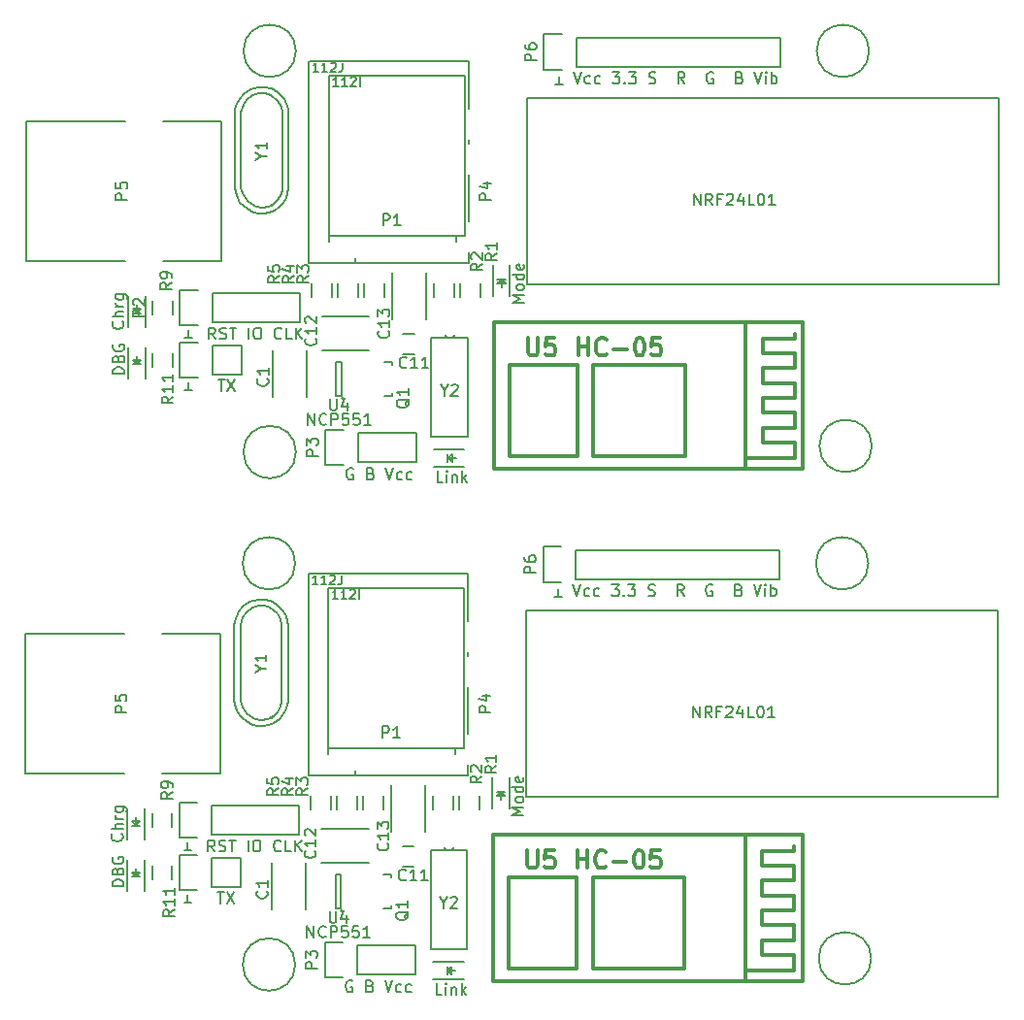
<source format=gto>
G04 #@! TF.FileFunction,Legend,Top*
%FSLAX46Y46*%
G04 Gerber Fmt 4.6, Leading zero omitted, Abs format (unit mm)*
G04 Created by KiCad (PCBNEW 4.0.4-stable) date Mon Oct 10 23:42:20 2016*
%MOMM*%
%LPD*%
G01*
G04 APERTURE LIST*
%ADD10C,0.100000*%
%ADD11C,0.200000*%
%ADD12C,0.150000*%
%ADD13C,0.378460*%
%ADD14C,0.304800*%
G04 APERTURE END LIST*
D10*
D11*
X33337500Y-94107000D02*
X33337500Y-94742000D01*
X33020000Y-94742000D02*
X33655000Y-94742000D01*
X33020000Y-99314000D02*
X33655000Y-99314000D01*
X33337500Y-98679000D02*
X33337500Y-99314000D01*
D12*
X35703310Y-94876881D02*
X35369976Y-94400690D01*
X35131881Y-94876881D02*
X35131881Y-93876881D01*
X35512834Y-93876881D01*
X35608072Y-93924500D01*
X35655691Y-93972119D01*
X35703310Y-94067357D01*
X35703310Y-94210214D01*
X35655691Y-94305452D01*
X35608072Y-94353071D01*
X35512834Y-94400690D01*
X35131881Y-94400690D01*
X36084262Y-94829262D02*
X36227119Y-94876881D01*
X36465215Y-94876881D01*
X36560453Y-94829262D01*
X36608072Y-94781643D01*
X36655691Y-94686405D01*
X36655691Y-94591167D01*
X36608072Y-94495929D01*
X36560453Y-94448310D01*
X36465215Y-94400690D01*
X36274738Y-94353071D01*
X36179500Y-94305452D01*
X36131881Y-94257833D01*
X36084262Y-94162595D01*
X36084262Y-94067357D01*
X36131881Y-93972119D01*
X36179500Y-93924500D01*
X36274738Y-93876881D01*
X36512834Y-93876881D01*
X36655691Y-93924500D01*
X36941405Y-93876881D02*
X37512834Y-93876881D01*
X37227119Y-94876881D02*
X37227119Y-93876881D01*
X38608072Y-94876881D02*
X38608072Y-93876881D01*
X39274738Y-93876881D02*
X39465215Y-93876881D01*
X39560453Y-93924500D01*
X39655691Y-94019738D01*
X39703310Y-94210214D01*
X39703310Y-94543548D01*
X39655691Y-94734024D01*
X39560453Y-94829262D01*
X39465215Y-94876881D01*
X39274738Y-94876881D01*
X39179500Y-94829262D01*
X39084262Y-94734024D01*
X39036643Y-94543548D01*
X39036643Y-94210214D01*
X39084262Y-94019738D01*
X39179500Y-93924500D01*
X39274738Y-93876881D01*
X41465215Y-94781643D02*
X41417596Y-94829262D01*
X41274739Y-94876881D01*
X41179501Y-94876881D01*
X41036643Y-94829262D01*
X40941405Y-94734024D01*
X40893786Y-94638786D01*
X40846167Y-94448310D01*
X40846167Y-94305452D01*
X40893786Y-94114976D01*
X40941405Y-94019738D01*
X41036643Y-93924500D01*
X41179501Y-93876881D01*
X41274739Y-93876881D01*
X41417596Y-93924500D01*
X41465215Y-93972119D01*
X42369977Y-94876881D02*
X41893786Y-94876881D01*
X41893786Y-93876881D01*
X42703310Y-94876881D02*
X42703310Y-93876881D01*
X43274739Y-94876881D02*
X42846167Y-94305452D01*
X43274739Y-93876881D02*
X42703310Y-94448310D01*
X35941095Y-98385381D02*
X36512524Y-98385381D01*
X36226809Y-99385381D02*
X36226809Y-98385381D01*
X36750619Y-98385381D02*
X37417286Y-99385381D01*
X37417286Y-98385381D02*
X36750619Y-99385381D01*
D11*
X65341500Y-72644000D02*
X65976500Y-72644000D01*
X65659000Y-72009000D02*
X65659000Y-72644000D01*
D12*
X66960738Y-71588381D02*
X67294071Y-72588381D01*
X67627405Y-71588381D01*
X68389310Y-72540762D02*
X68294072Y-72588381D01*
X68103595Y-72588381D01*
X68008357Y-72540762D01*
X67960738Y-72493143D01*
X67913119Y-72397905D01*
X67913119Y-72112190D01*
X67960738Y-72016952D01*
X68008357Y-71969333D01*
X68103595Y-71921714D01*
X68294072Y-71921714D01*
X68389310Y-71969333D01*
X69246453Y-72540762D02*
X69151215Y-72588381D01*
X68960738Y-72588381D01*
X68865500Y-72540762D01*
X68817881Y-72493143D01*
X68770262Y-72397905D01*
X68770262Y-72112190D01*
X68817881Y-72016952D01*
X68865500Y-71969333D01*
X68960738Y-71921714D01*
X69151215Y-71921714D01*
X69246453Y-71969333D01*
X70341691Y-71588381D02*
X70960739Y-71588381D01*
X70627405Y-71969333D01*
X70770263Y-71969333D01*
X70865501Y-72016952D01*
X70913120Y-72064571D01*
X70960739Y-72159810D01*
X70960739Y-72397905D01*
X70913120Y-72493143D01*
X70865501Y-72540762D01*
X70770263Y-72588381D01*
X70484548Y-72588381D01*
X70389310Y-72540762D01*
X70341691Y-72493143D01*
X71389310Y-72493143D02*
X71436929Y-72540762D01*
X71389310Y-72588381D01*
X71341691Y-72540762D01*
X71389310Y-72493143D01*
X71389310Y-72588381D01*
X71770262Y-71588381D02*
X72389310Y-71588381D01*
X72055976Y-71969333D01*
X72198834Y-71969333D01*
X72294072Y-72016952D01*
X72341691Y-72064571D01*
X72389310Y-72159810D01*
X72389310Y-72397905D01*
X72341691Y-72493143D01*
X72294072Y-72540762D01*
X72198834Y-72588381D01*
X71913119Y-72588381D01*
X71817881Y-72540762D01*
X71770262Y-72493143D01*
X73532167Y-72540762D02*
X73675024Y-72588381D01*
X73913120Y-72588381D01*
X74008358Y-72540762D01*
X74055977Y-72493143D01*
X74103596Y-72397905D01*
X74103596Y-72302667D01*
X74055977Y-72207429D01*
X74008358Y-72159810D01*
X73913120Y-72112190D01*
X73722643Y-72064571D01*
X73627405Y-72016952D01*
X73579786Y-71969333D01*
X73532167Y-71874095D01*
X73532167Y-71778857D01*
X73579786Y-71683619D01*
X73627405Y-71636000D01*
X73722643Y-71588381D01*
X73960739Y-71588381D01*
X74103596Y-71636000D01*
X76627406Y-72588381D02*
X76294072Y-72112190D01*
X76055977Y-72588381D02*
X76055977Y-71588381D01*
X76436930Y-71588381D01*
X76532168Y-71636000D01*
X76579787Y-71683619D01*
X76627406Y-71778857D01*
X76627406Y-71921714D01*
X76579787Y-72016952D01*
X76532168Y-72064571D01*
X76436930Y-72112190D01*
X76055977Y-72112190D01*
X79103597Y-71636000D02*
X79008359Y-71588381D01*
X78865502Y-71588381D01*
X78722644Y-71636000D01*
X78627406Y-71731238D01*
X78579787Y-71826476D01*
X78532168Y-72016952D01*
X78532168Y-72159810D01*
X78579787Y-72350286D01*
X78627406Y-72445524D01*
X78722644Y-72540762D01*
X78865502Y-72588381D01*
X78960740Y-72588381D01*
X79103597Y-72540762D01*
X79151216Y-72493143D01*
X79151216Y-72159810D01*
X78960740Y-72159810D01*
X81436931Y-72064571D02*
X81579788Y-72112190D01*
X81627407Y-72159810D01*
X81675026Y-72255048D01*
X81675026Y-72397905D01*
X81627407Y-72493143D01*
X81579788Y-72540762D01*
X81484550Y-72588381D01*
X81103597Y-72588381D01*
X81103597Y-71588381D01*
X81436931Y-71588381D01*
X81532169Y-71636000D01*
X81579788Y-71683619D01*
X81627407Y-71778857D01*
X81627407Y-71874095D01*
X81579788Y-71969333D01*
X81532169Y-72016952D01*
X81436931Y-72064571D01*
X81103597Y-72064571D01*
X82722645Y-71588381D02*
X83055978Y-72588381D01*
X83389312Y-71588381D01*
X83722645Y-72588381D02*
X83722645Y-71921714D01*
X83722645Y-71588381D02*
X83675026Y-71636000D01*
X83722645Y-71683619D01*
X83770264Y-71636000D01*
X83722645Y-71588381D01*
X83722645Y-71683619D01*
X84198835Y-72588381D02*
X84198835Y-71588381D01*
X84198835Y-71969333D02*
X84294073Y-71921714D01*
X84484550Y-71921714D01*
X84579788Y-71969333D01*
X84627407Y-72016952D01*
X84675026Y-72112190D01*
X84675026Y-72397905D01*
X84627407Y-72493143D01*
X84579788Y-72540762D01*
X84484550Y-72588381D01*
X84294073Y-72588381D01*
X84198835Y-72540762D01*
X67024238Y-26884381D02*
X67357571Y-27884381D01*
X67690905Y-26884381D01*
X68452810Y-27836762D02*
X68357572Y-27884381D01*
X68167095Y-27884381D01*
X68071857Y-27836762D01*
X68024238Y-27789143D01*
X67976619Y-27693905D01*
X67976619Y-27408190D01*
X68024238Y-27312952D01*
X68071857Y-27265333D01*
X68167095Y-27217714D01*
X68357572Y-27217714D01*
X68452810Y-27265333D01*
X69309953Y-27836762D02*
X69214715Y-27884381D01*
X69024238Y-27884381D01*
X68929000Y-27836762D01*
X68881381Y-27789143D01*
X68833762Y-27693905D01*
X68833762Y-27408190D01*
X68881381Y-27312952D01*
X68929000Y-27265333D01*
X69024238Y-27217714D01*
X69214715Y-27217714D01*
X69309953Y-27265333D01*
X70405191Y-26884381D02*
X71024239Y-26884381D01*
X70690905Y-27265333D01*
X70833763Y-27265333D01*
X70929001Y-27312952D01*
X70976620Y-27360571D01*
X71024239Y-27455810D01*
X71024239Y-27693905D01*
X70976620Y-27789143D01*
X70929001Y-27836762D01*
X70833763Y-27884381D01*
X70548048Y-27884381D01*
X70452810Y-27836762D01*
X70405191Y-27789143D01*
X71452810Y-27789143D02*
X71500429Y-27836762D01*
X71452810Y-27884381D01*
X71405191Y-27836762D01*
X71452810Y-27789143D01*
X71452810Y-27884381D01*
X71833762Y-26884381D02*
X72452810Y-26884381D01*
X72119476Y-27265333D01*
X72262334Y-27265333D01*
X72357572Y-27312952D01*
X72405191Y-27360571D01*
X72452810Y-27455810D01*
X72452810Y-27693905D01*
X72405191Y-27789143D01*
X72357572Y-27836762D01*
X72262334Y-27884381D01*
X71976619Y-27884381D01*
X71881381Y-27836762D01*
X71833762Y-27789143D01*
X73595667Y-27836762D02*
X73738524Y-27884381D01*
X73976620Y-27884381D01*
X74071858Y-27836762D01*
X74119477Y-27789143D01*
X74167096Y-27693905D01*
X74167096Y-27598667D01*
X74119477Y-27503429D01*
X74071858Y-27455810D01*
X73976620Y-27408190D01*
X73786143Y-27360571D01*
X73690905Y-27312952D01*
X73643286Y-27265333D01*
X73595667Y-27170095D01*
X73595667Y-27074857D01*
X73643286Y-26979619D01*
X73690905Y-26932000D01*
X73786143Y-26884381D01*
X74024239Y-26884381D01*
X74167096Y-26932000D01*
X76690906Y-27884381D02*
X76357572Y-27408190D01*
X76119477Y-27884381D02*
X76119477Y-26884381D01*
X76500430Y-26884381D01*
X76595668Y-26932000D01*
X76643287Y-26979619D01*
X76690906Y-27074857D01*
X76690906Y-27217714D01*
X76643287Y-27312952D01*
X76595668Y-27360571D01*
X76500430Y-27408190D01*
X76119477Y-27408190D01*
X79167097Y-26932000D02*
X79071859Y-26884381D01*
X78929002Y-26884381D01*
X78786144Y-26932000D01*
X78690906Y-27027238D01*
X78643287Y-27122476D01*
X78595668Y-27312952D01*
X78595668Y-27455810D01*
X78643287Y-27646286D01*
X78690906Y-27741524D01*
X78786144Y-27836762D01*
X78929002Y-27884381D01*
X79024240Y-27884381D01*
X79167097Y-27836762D01*
X79214716Y-27789143D01*
X79214716Y-27455810D01*
X79024240Y-27455810D01*
X81500431Y-27360571D02*
X81643288Y-27408190D01*
X81690907Y-27455810D01*
X81738526Y-27551048D01*
X81738526Y-27693905D01*
X81690907Y-27789143D01*
X81643288Y-27836762D01*
X81548050Y-27884381D01*
X81167097Y-27884381D01*
X81167097Y-26884381D01*
X81500431Y-26884381D01*
X81595669Y-26932000D01*
X81643288Y-26979619D01*
X81690907Y-27074857D01*
X81690907Y-27170095D01*
X81643288Y-27265333D01*
X81595669Y-27312952D01*
X81500431Y-27360571D01*
X81167097Y-27360571D01*
X82786145Y-26884381D02*
X83119478Y-27884381D01*
X83452812Y-26884381D01*
X83786145Y-27884381D02*
X83786145Y-27217714D01*
X83786145Y-26884381D02*
X83738526Y-26932000D01*
X83786145Y-26979619D01*
X83833764Y-26932000D01*
X83786145Y-26884381D01*
X83786145Y-26979619D01*
X84262335Y-27884381D02*
X84262335Y-26884381D01*
X84262335Y-27265333D02*
X84357573Y-27217714D01*
X84548050Y-27217714D01*
X84643288Y-27265333D01*
X84690907Y-27312952D01*
X84738526Y-27408190D01*
X84738526Y-27693905D01*
X84690907Y-27789143D01*
X84643288Y-27836762D01*
X84548050Y-27884381D01*
X84357573Y-27884381D01*
X84262335Y-27836762D01*
D11*
X65722500Y-27305000D02*
X65722500Y-27940000D01*
X65405000Y-27940000D02*
X66040000Y-27940000D01*
D12*
X36004595Y-53681381D02*
X36576024Y-53681381D01*
X36290309Y-54681381D02*
X36290309Y-53681381D01*
X36814119Y-53681381D02*
X37480786Y-54681381D01*
X37480786Y-53681381D02*
X36814119Y-54681381D01*
X35766810Y-50172881D02*
X35433476Y-49696690D01*
X35195381Y-50172881D02*
X35195381Y-49172881D01*
X35576334Y-49172881D01*
X35671572Y-49220500D01*
X35719191Y-49268119D01*
X35766810Y-49363357D01*
X35766810Y-49506214D01*
X35719191Y-49601452D01*
X35671572Y-49649071D01*
X35576334Y-49696690D01*
X35195381Y-49696690D01*
X36147762Y-50125262D02*
X36290619Y-50172881D01*
X36528715Y-50172881D01*
X36623953Y-50125262D01*
X36671572Y-50077643D01*
X36719191Y-49982405D01*
X36719191Y-49887167D01*
X36671572Y-49791929D01*
X36623953Y-49744310D01*
X36528715Y-49696690D01*
X36338238Y-49649071D01*
X36243000Y-49601452D01*
X36195381Y-49553833D01*
X36147762Y-49458595D01*
X36147762Y-49363357D01*
X36195381Y-49268119D01*
X36243000Y-49220500D01*
X36338238Y-49172881D01*
X36576334Y-49172881D01*
X36719191Y-49220500D01*
X37004905Y-49172881D02*
X37576334Y-49172881D01*
X37290619Y-50172881D02*
X37290619Y-49172881D01*
X38671572Y-50172881D02*
X38671572Y-49172881D01*
X39338238Y-49172881D02*
X39528715Y-49172881D01*
X39623953Y-49220500D01*
X39719191Y-49315738D01*
X39766810Y-49506214D01*
X39766810Y-49839548D01*
X39719191Y-50030024D01*
X39623953Y-50125262D01*
X39528715Y-50172881D01*
X39338238Y-50172881D01*
X39243000Y-50125262D01*
X39147762Y-50030024D01*
X39100143Y-49839548D01*
X39100143Y-49506214D01*
X39147762Y-49315738D01*
X39243000Y-49220500D01*
X39338238Y-49172881D01*
X41528715Y-50077643D02*
X41481096Y-50125262D01*
X41338239Y-50172881D01*
X41243001Y-50172881D01*
X41100143Y-50125262D01*
X41004905Y-50030024D01*
X40957286Y-49934786D01*
X40909667Y-49744310D01*
X40909667Y-49601452D01*
X40957286Y-49410976D01*
X41004905Y-49315738D01*
X41100143Y-49220500D01*
X41243001Y-49172881D01*
X41338239Y-49172881D01*
X41481096Y-49220500D01*
X41528715Y-49268119D01*
X42433477Y-50172881D02*
X41957286Y-50172881D01*
X41957286Y-49172881D01*
X42766810Y-50172881D02*
X42766810Y-49172881D01*
X43338239Y-50172881D02*
X42909667Y-49601452D01*
X43338239Y-49172881D02*
X42766810Y-49744310D01*
D11*
X33401000Y-53975000D02*
X33401000Y-54610000D01*
X33083500Y-54610000D02*
X33718500Y-54610000D01*
X33083500Y-50038000D02*
X33718500Y-50038000D01*
X33401000Y-49403000D02*
X33401000Y-50038000D01*
D13*
X86266020Y-96121220D02*
X83466940Y-96121220D01*
X86266020Y-94820740D02*
X83466940Y-94820740D01*
X83469480Y-96123760D02*
X83469480Y-94823280D01*
X86268560Y-98719640D02*
X83469480Y-98719640D01*
X86268560Y-97419160D02*
X83469480Y-97419160D01*
X83472020Y-98722180D02*
X83472020Y-97421700D01*
X86271100Y-97419160D02*
X86271100Y-96118680D01*
X86268560Y-101320600D02*
X83469480Y-101320600D01*
X86268560Y-100020120D02*
X83469480Y-100020120D01*
X83472020Y-101323140D02*
X83472020Y-100022660D01*
X86271100Y-100020120D02*
X86271100Y-98719640D01*
X86268560Y-105222040D02*
X81968340Y-105222040D01*
X86268560Y-103921560D02*
X83469480Y-103921560D01*
X86268560Y-102621080D02*
X83469480Y-102621080D01*
X61368940Y-97121980D02*
X67269360Y-97121980D01*
X67269360Y-105122980D02*
X61368940Y-105122980D01*
X67271900Y-97121980D02*
X67271900Y-105122980D01*
X61368940Y-105122980D02*
X61368940Y-97121980D01*
X76669900Y-105122980D02*
X68668900Y-105122980D01*
X68668900Y-105122980D02*
X68668900Y-97121980D01*
X68668900Y-97121980D02*
X76669900Y-97121980D01*
X76669900Y-97121980D02*
X76669900Y-105122980D01*
X86268560Y-94820740D02*
X86268560Y-94421960D01*
X83472020Y-103924100D02*
X83472020Y-102623620D01*
X86271100Y-102621080D02*
X86271100Y-101320600D01*
X86271100Y-105222040D02*
X86271100Y-103921560D01*
X81968340Y-106222800D02*
X81968340Y-93421200D01*
X59969400Y-93421200D02*
X86969600Y-93421200D01*
X86969600Y-93421200D02*
X86969600Y-106222800D01*
X86969600Y-106222800D02*
X59969400Y-106222800D01*
X59969400Y-106222800D02*
X59969400Y-93421200D01*
D12*
X59892500Y-88443000D02*
X59892500Y-91143000D01*
X61392500Y-88443000D02*
X61392500Y-91143000D01*
X60492500Y-89943000D02*
X60742500Y-89943000D01*
X60742500Y-89943000D02*
X60592500Y-89793000D01*
X60992500Y-89693000D02*
X60292500Y-89693000D01*
X60642500Y-90043000D02*
X60642500Y-90393000D01*
X60642500Y-89693000D02*
X60992500Y-90043000D01*
X60992500Y-90043000D02*
X60292500Y-90043000D01*
X60292500Y-90043000D02*
X60642500Y-89693000D01*
X54724500Y-106033000D02*
X57424500Y-106033000D01*
X54724500Y-104533000D02*
X57424500Y-104533000D01*
X56224500Y-105433000D02*
X56224500Y-105183000D01*
X56224500Y-105183000D02*
X56074500Y-105333000D01*
X55974500Y-104933000D02*
X55974500Y-105633000D01*
X56324500Y-105283000D02*
X56674500Y-105283000D01*
X55974500Y-105283000D02*
X56324500Y-104933000D01*
X56324500Y-104933000D02*
X56324500Y-105633000D01*
X56324500Y-105633000D02*
X55974500Y-105283000D01*
X35433000Y-95440500D02*
X37973000Y-95440500D01*
X32613000Y-95160500D02*
X34163000Y-95160500D01*
X35433000Y-95440500D02*
X35433000Y-97980500D01*
X34163000Y-98260500D02*
X32613000Y-98260500D01*
X32613000Y-98260500D02*
X32613000Y-95160500D01*
X35433000Y-97980500D02*
X37973000Y-97980500D01*
X37973000Y-97980500D02*
X37973000Y-95440500D01*
X31990000Y-96110500D02*
X31990000Y-97310500D01*
X30240000Y-97310500D02*
X30240000Y-96110500D01*
X29579000Y-98310500D02*
X29579000Y-95610500D01*
X28079000Y-98310500D02*
X28079000Y-95610500D01*
X28979000Y-96810500D02*
X28729000Y-96810500D01*
X28729000Y-96810500D02*
X28879000Y-96960500D01*
X28479000Y-97060500D02*
X29179000Y-97060500D01*
X28829000Y-96710500D02*
X28829000Y-96360500D01*
X28829000Y-97060500D02*
X28479000Y-96710500D01*
X28479000Y-96710500D02*
X29179000Y-96710500D01*
X29179000Y-96710500D02*
X28829000Y-97060500D01*
X92964000Y-104203500D02*
G75*
G03X92964000Y-104203500I-2286000J0D01*
G01*
X42719000Y-104738500D02*
G75*
G03X42719000Y-104738500I-2286000J0D01*
G01*
X92719000Y-69738500D02*
G75*
G03X92719000Y-69738500I-2286000J0D01*
G01*
X42719000Y-69738500D02*
G75*
G03X42719000Y-69738500I-2286000J0D01*
G01*
X54533800Y-94785180D02*
X54533800Y-103385620D01*
X54533800Y-103385620D02*
X57734200Y-103385620D01*
X57734200Y-103385620D02*
X57734200Y-94785180D01*
X56984900Y-94785180D02*
X57734200Y-94785180D01*
X55234840Y-94785180D02*
X54533800Y-94785180D01*
X56433720Y-94785180D02*
X56532780Y-94485460D01*
X55834280Y-94785180D02*
X55735220Y-94485460D01*
X55234840Y-94785180D02*
X57033160Y-94785180D01*
X40751760Y-83121500D02*
X40350440Y-83322160D01*
X40350440Y-83322160D02*
X39751000Y-83423760D01*
X39751000Y-83423760D02*
X39250620Y-83322160D01*
X39250620Y-83322160D02*
X38552120Y-82923380D01*
X38552120Y-82923380D02*
X38150800Y-82321400D01*
X38150800Y-82321400D02*
X37950140Y-81721960D01*
X37950140Y-81721960D02*
X37950140Y-75123040D01*
X37950140Y-75123040D02*
X38150800Y-74422000D01*
X38150800Y-74422000D02*
X38450520Y-74023220D01*
X38450520Y-74023220D02*
X38950900Y-73621900D01*
X38950900Y-73621900D02*
X39550340Y-73421240D01*
X39550340Y-73421240D02*
X40050720Y-73421240D01*
X40050720Y-73421240D02*
X40551100Y-73621900D01*
X40551100Y-73621900D02*
X41150540Y-74122280D01*
X41150540Y-74122280D02*
X41450260Y-74622660D01*
X41450260Y-74622660D02*
X41551860Y-75123040D01*
X41551860Y-75222100D02*
X41551860Y-81823560D01*
X41551860Y-81823560D02*
X41450260Y-82222340D01*
X41450260Y-82222340D02*
X41150540Y-82722720D01*
X41150540Y-82722720D02*
X40650160Y-83223100D01*
X42080180Y-75232260D02*
X42031920Y-74772520D01*
X42031920Y-74772520D02*
X41920160Y-74373740D01*
X41920160Y-74373740D02*
X41701720Y-73941940D01*
X41701720Y-73941940D02*
X41470580Y-73652380D01*
X41470580Y-73652380D02*
X41120060Y-73322180D01*
X41120060Y-73322180D02*
X40581580Y-73032620D01*
X40581580Y-73032620D02*
X39982140Y-72903080D01*
X39982140Y-72903080D02*
X39471600Y-72903080D01*
X39471600Y-72903080D02*
X38770560Y-73073260D01*
X38770560Y-73073260D02*
X38181280Y-73472040D01*
X38181280Y-73472040D02*
X37810440Y-73931780D01*
X37810440Y-73931780D02*
X37602160Y-74353420D01*
X37602160Y-74353420D02*
X37442140Y-74803000D01*
X37442140Y-74803000D02*
X37411660Y-75242420D01*
X37630100Y-82583020D02*
X37851080Y-82961480D01*
X37851080Y-82961480D02*
X38130480Y-83281520D01*
X38130480Y-83281520D02*
X38460680Y-83532980D01*
X38460680Y-83532980D02*
X39011860Y-83832700D01*
X39011860Y-83832700D02*
X39481760Y-83941920D01*
X39481760Y-83941920D02*
X39941500Y-83962240D01*
X39941500Y-83962240D02*
X40401240Y-83873340D01*
X40401240Y-83873340D02*
X40850820Y-83682840D01*
X40850820Y-83682840D02*
X41320720Y-83322160D01*
X41320720Y-83322160D02*
X41640760Y-82971640D01*
X41640760Y-82971640D02*
X41871900Y-82583020D01*
X41871900Y-82583020D02*
X42011600Y-82153760D01*
X42011600Y-82153760D02*
X42080180Y-81711800D01*
X37421820Y-75222100D02*
X37421820Y-81673700D01*
X37421820Y-81673700D02*
X37459920Y-82092800D01*
X37459920Y-82092800D02*
X37630100Y-82583020D01*
X42080180Y-75222100D02*
X42080180Y-81673700D01*
X46882000Y-100061500D02*
G75*
G03X46882000Y-100061500I-100000J0D01*
G01*
X46232000Y-99811500D02*
X46732000Y-99811500D01*
X46232000Y-96911500D02*
X46232000Y-99811500D01*
X46732000Y-96911500D02*
X46232000Y-96911500D01*
X46732000Y-99811500D02*
X46732000Y-96911500D01*
X30240000Y-92738500D02*
X30240000Y-91538500D01*
X31990000Y-91538500D02*
X31990000Y-92738500D01*
X45833000Y-90014500D02*
X45833000Y-91214500D01*
X44083000Y-91214500D02*
X44083000Y-90014500D01*
X48119000Y-90014500D02*
X48119000Y-91214500D01*
X46369000Y-91214500D02*
X46369000Y-90014500D01*
X50405000Y-90014500D02*
X50405000Y-91214500D01*
X48655000Y-91214500D02*
X48655000Y-90014500D01*
X56501000Y-90014500D02*
X56501000Y-91214500D01*
X54751000Y-91214500D02*
X54751000Y-90014500D01*
X58787000Y-90014500D02*
X58787000Y-91214500D01*
X57037000Y-91214500D02*
X57037000Y-90014500D01*
X51132740Y-99660660D02*
X51132740Y-99612400D01*
X50431700Y-96861680D02*
X51132740Y-96861680D01*
X51132740Y-96861680D02*
X51132740Y-97110600D01*
X51132740Y-99660660D02*
X51132740Y-99861320D01*
X51132740Y-99861320D02*
X50431700Y-99861320D01*
X67183000Y-68580000D02*
X84963000Y-68580000D01*
X84963000Y-68580000D02*
X84963000Y-71120000D01*
X84963000Y-71120000D02*
X67183000Y-71120000D01*
X64363000Y-68300000D02*
X65913000Y-68300000D01*
X67183000Y-68580000D02*
X67183000Y-71120000D01*
X65913000Y-71400000D02*
X64363000Y-71400000D01*
X64363000Y-71400000D02*
X64363000Y-68300000D01*
X27813000Y-75882500D02*
X19177000Y-75882500D01*
X36195000Y-75882500D02*
X31115000Y-75882500D01*
X27813000Y-88074500D02*
X19177000Y-88074500D01*
X36195000Y-88074500D02*
X31115000Y-88074500D01*
X19177000Y-88074500D02*
X19177000Y-75882500D01*
X36195000Y-75882500D02*
X36195000Y-88074500D01*
X62865000Y-90106500D02*
X104013000Y-90106500D01*
X104013000Y-90106500D02*
X104013000Y-73850500D01*
X104013000Y-73850500D02*
X62865000Y-73850500D01*
X62865000Y-73850500D02*
X62865000Y-81978500D01*
X62865000Y-81978500D02*
X62865000Y-90106500D01*
X48133000Y-105600500D02*
X53213000Y-105600500D01*
X53213000Y-105600500D02*
X53213000Y-103060500D01*
X53213000Y-103060500D02*
X48133000Y-103060500D01*
X45313000Y-102780500D02*
X46863000Y-102780500D01*
X48133000Y-103060500D02*
X48133000Y-105600500D01*
X46863000Y-105880500D02*
X45313000Y-105880500D01*
X45313000Y-105880500D02*
X45313000Y-102780500D01*
X35433000Y-93408500D02*
X43053000Y-93408500D01*
X35433000Y-90868500D02*
X43053000Y-90868500D01*
X32613000Y-90588500D02*
X34163000Y-90588500D01*
X43053000Y-93408500D02*
X43053000Y-90868500D01*
X35433000Y-90868500D02*
X35433000Y-93408500D01*
X34163000Y-93688500D02*
X32613000Y-93688500D01*
X32613000Y-93688500D02*
X32613000Y-90588500D01*
X57773000Y-77508500D02*
X57773000Y-77858500D01*
X57773000Y-70708500D02*
X57773000Y-74808500D01*
X57773000Y-84608500D02*
X57773000Y-80508500D01*
X57773000Y-87808500D02*
X57773000Y-87308500D01*
X43873000Y-88208500D02*
X43873000Y-70658500D01*
X57773000Y-70708500D02*
X57773000Y-70658500D01*
X57773000Y-70658500D02*
X43923000Y-70658500D01*
X47923000Y-88208500D02*
X43873000Y-88208500D01*
X45623000Y-71908500D02*
X57473000Y-71908500D01*
X57473000Y-71908500D02*
X57473000Y-80108500D01*
X45623000Y-85908500D02*
X45623000Y-71908500D01*
X57473000Y-80108500D02*
X57473000Y-85908500D01*
X57473000Y-85908500D02*
X56673000Y-85908500D01*
X56673000Y-86408500D02*
X56673000Y-85908500D01*
X56673000Y-85908500D02*
X45623000Y-85908500D01*
X45623000Y-85908500D02*
X45623000Y-86408500D01*
X47923000Y-87808500D02*
X47923000Y-88208500D01*
X47923000Y-88208500D02*
X57773000Y-88208500D01*
X57773000Y-88208500D02*
X57773000Y-87808500D01*
X29579000Y-93865500D02*
X29579000Y-91165500D01*
X28079000Y-93865500D02*
X28079000Y-91165500D01*
X28979000Y-92365500D02*
X28729000Y-92365500D01*
X28729000Y-92365500D02*
X28879000Y-92515500D01*
X28479000Y-92615500D02*
X29179000Y-92615500D01*
X28829000Y-92265500D02*
X28829000Y-91915500D01*
X28829000Y-92615500D02*
X28479000Y-92265500D01*
X28479000Y-92265500D02*
X29179000Y-92265500D01*
X29179000Y-92265500D02*
X28829000Y-92615500D01*
X51078000Y-93176500D02*
X51078000Y-89076500D01*
X54078000Y-93176500D02*
X54078000Y-89076500D01*
X49107500Y-95861000D02*
X45007500Y-95861000D01*
X49107500Y-92861000D02*
X45007500Y-92861000D01*
X52078000Y-96163500D02*
X53078000Y-96163500D01*
X53078000Y-94463500D02*
X52078000Y-94463500D01*
X40664000Y-99971000D02*
X40664000Y-95871000D01*
X43664000Y-99971000D02*
X43664000Y-95871000D01*
X40727500Y-55267000D02*
X40727500Y-51167000D01*
X43727500Y-55267000D02*
X43727500Y-51167000D01*
X52141500Y-51459500D02*
X53141500Y-51459500D01*
X53141500Y-49759500D02*
X52141500Y-49759500D01*
X49171000Y-51157000D02*
X45071000Y-51157000D01*
X49171000Y-48157000D02*
X45071000Y-48157000D01*
X51141500Y-48472500D02*
X51141500Y-44372500D01*
X54141500Y-48472500D02*
X54141500Y-44372500D01*
X29642500Y-49161500D02*
X29642500Y-46461500D01*
X28142500Y-49161500D02*
X28142500Y-46461500D01*
X29042500Y-47661500D02*
X28792500Y-47661500D01*
X28792500Y-47661500D02*
X28942500Y-47811500D01*
X28542500Y-47911500D02*
X29242500Y-47911500D01*
X28892500Y-47561500D02*
X28892500Y-47211500D01*
X28892500Y-47911500D02*
X28542500Y-47561500D01*
X28542500Y-47561500D02*
X29242500Y-47561500D01*
X29242500Y-47561500D02*
X28892500Y-47911500D01*
X57836500Y-32804500D02*
X57836500Y-33154500D01*
X57836500Y-26004500D02*
X57836500Y-30104500D01*
X57836500Y-39904500D02*
X57836500Y-35804500D01*
X57836500Y-43104500D02*
X57836500Y-42604500D01*
X43936500Y-43504500D02*
X43936500Y-25954500D01*
X57836500Y-26004500D02*
X57836500Y-25954500D01*
X57836500Y-25954500D02*
X43986500Y-25954500D01*
X47986500Y-43504500D02*
X43936500Y-43504500D01*
X45686500Y-27204500D02*
X57536500Y-27204500D01*
X57536500Y-27204500D02*
X57536500Y-35404500D01*
X45686500Y-41204500D02*
X45686500Y-27204500D01*
X57536500Y-35404500D02*
X57536500Y-41204500D01*
X57536500Y-41204500D02*
X56736500Y-41204500D01*
X56736500Y-41704500D02*
X56736500Y-41204500D01*
X56736500Y-41204500D02*
X45686500Y-41204500D01*
X45686500Y-41204500D02*
X45686500Y-41704500D01*
X47986500Y-43104500D02*
X47986500Y-43504500D01*
X47986500Y-43504500D02*
X57836500Y-43504500D01*
X57836500Y-43504500D02*
X57836500Y-43104500D01*
X35496500Y-48704500D02*
X43116500Y-48704500D01*
X35496500Y-46164500D02*
X43116500Y-46164500D01*
X32676500Y-45884500D02*
X34226500Y-45884500D01*
X43116500Y-48704500D02*
X43116500Y-46164500D01*
X35496500Y-46164500D02*
X35496500Y-48704500D01*
X34226500Y-48984500D02*
X32676500Y-48984500D01*
X32676500Y-48984500D02*
X32676500Y-45884500D01*
X48196500Y-60896500D02*
X53276500Y-60896500D01*
X53276500Y-60896500D02*
X53276500Y-58356500D01*
X53276500Y-58356500D02*
X48196500Y-58356500D01*
X45376500Y-58076500D02*
X46926500Y-58076500D01*
X48196500Y-58356500D02*
X48196500Y-60896500D01*
X46926500Y-61176500D02*
X45376500Y-61176500D01*
X45376500Y-61176500D02*
X45376500Y-58076500D01*
X62928500Y-45402500D02*
X104076500Y-45402500D01*
X104076500Y-45402500D02*
X104076500Y-29146500D01*
X104076500Y-29146500D02*
X62928500Y-29146500D01*
X62928500Y-29146500D02*
X62928500Y-37274500D01*
X62928500Y-37274500D02*
X62928500Y-45402500D01*
X27876500Y-31178500D02*
X19240500Y-31178500D01*
X36258500Y-31178500D02*
X31178500Y-31178500D01*
X27876500Y-43370500D02*
X19240500Y-43370500D01*
X36258500Y-43370500D02*
X31178500Y-43370500D01*
X19240500Y-43370500D02*
X19240500Y-31178500D01*
X36258500Y-31178500D02*
X36258500Y-43370500D01*
X67246500Y-23876000D02*
X85026500Y-23876000D01*
X85026500Y-23876000D02*
X85026500Y-26416000D01*
X85026500Y-26416000D02*
X67246500Y-26416000D01*
X64426500Y-23596000D02*
X65976500Y-23596000D01*
X67246500Y-23876000D02*
X67246500Y-26416000D01*
X65976500Y-26696000D02*
X64426500Y-26696000D01*
X64426500Y-26696000D02*
X64426500Y-23596000D01*
X51196240Y-54956660D02*
X51196240Y-54908400D01*
X50495200Y-52157680D02*
X51196240Y-52157680D01*
X51196240Y-52157680D02*
X51196240Y-52406600D01*
X51196240Y-54956660D02*
X51196240Y-55157320D01*
X51196240Y-55157320D02*
X50495200Y-55157320D01*
X58850500Y-45310500D02*
X58850500Y-46510500D01*
X57100500Y-46510500D02*
X57100500Y-45310500D01*
X56564500Y-45310500D02*
X56564500Y-46510500D01*
X54814500Y-46510500D02*
X54814500Y-45310500D01*
X50468500Y-45310500D02*
X50468500Y-46510500D01*
X48718500Y-46510500D02*
X48718500Y-45310500D01*
X48182500Y-45310500D02*
X48182500Y-46510500D01*
X46432500Y-46510500D02*
X46432500Y-45310500D01*
X45896500Y-45310500D02*
X45896500Y-46510500D01*
X44146500Y-46510500D02*
X44146500Y-45310500D01*
X30303500Y-48034500D02*
X30303500Y-46834500D01*
X32053500Y-46834500D02*
X32053500Y-48034500D01*
X46945500Y-55357500D02*
G75*
G03X46945500Y-55357500I-100000J0D01*
G01*
X46295500Y-55107500D02*
X46795500Y-55107500D01*
X46295500Y-52207500D02*
X46295500Y-55107500D01*
X46795500Y-52207500D02*
X46295500Y-52207500D01*
X46795500Y-55107500D02*
X46795500Y-52207500D01*
X40815260Y-38417500D02*
X40413940Y-38618160D01*
X40413940Y-38618160D02*
X39814500Y-38719760D01*
X39814500Y-38719760D02*
X39314120Y-38618160D01*
X39314120Y-38618160D02*
X38615620Y-38219380D01*
X38615620Y-38219380D02*
X38214300Y-37617400D01*
X38214300Y-37617400D02*
X38013640Y-37017960D01*
X38013640Y-37017960D02*
X38013640Y-30419040D01*
X38013640Y-30419040D02*
X38214300Y-29718000D01*
X38214300Y-29718000D02*
X38514020Y-29319220D01*
X38514020Y-29319220D02*
X39014400Y-28917900D01*
X39014400Y-28917900D02*
X39613840Y-28717240D01*
X39613840Y-28717240D02*
X40114220Y-28717240D01*
X40114220Y-28717240D02*
X40614600Y-28917900D01*
X40614600Y-28917900D02*
X41214040Y-29418280D01*
X41214040Y-29418280D02*
X41513760Y-29918660D01*
X41513760Y-29918660D02*
X41615360Y-30419040D01*
X41615360Y-30518100D02*
X41615360Y-37119560D01*
X41615360Y-37119560D02*
X41513760Y-37518340D01*
X41513760Y-37518340D02*
X41214040Y-38018720D01*
X41214040Y-38018720D02*
X40713660Y-38519100D01*
X42143680Y-30528260D02*
X42095420Y-30068520D01*
X42095420Y-30068520D02*
X41983660Y-29669740D01*
X41983660Y-29669740D02*
X41765220Y-29237940D01*
X41765220Y-29237940D02*
X41534080Y-28948380D01*
X41534080Y-28948380D02*
X41183560Y-28618180D01*
X41183560Y-28618180D02*
X40645080Y-28328620D01*
X40645080Y-28328620D02*
X40045640Y-28199080D01*
X40045640Y-28199080D02*
X39535100Y-28199080D01*
X39535100Y-28199080D02*
X38834060Y-28369260D01*
X38834060Y-28369260D02*
X38244780Y-28768040D01*
X38244780Y-28768040D02*
X37873940Y-29227780D01*
X37873940Y-29227780D02*
X37665660Y-29649420D01*
X37665660Y-29649420D02*
X37505640Y-30099000D01*
X37505640Y-30099000D02*
X37475160Y-30538420D01*
X37693600Y-37879020D02*
X37914580Y-38257480D01*
X37914580Y-38257480D02*
X38193980Y-38577520D01*
X38193980Y-38577520D02*
X38524180Y-38828980D01*
X38524180Y-38828980D02*
X39075360Y-39128700D01*
X39075360Y-39128700D02*
X39545260Y-39237920D01*
X39545260Y-39237920D02*
X40005000Y-39258240D01*
X40005000Y-39258240D02*
X40464740Y-39169340D01*
X40464740Y-39169340D02*
X40914320Y-38978840D01*
X40914320Y-38978840D02*
X41384220Y-38618160D01*
X41384220Y-38618160D02*
X41704260Y-38267640D01*
X41704260Y-38267640D02*
X41935400Y-37879020D01*
X41935400Y-37879020D02*
X42075100Y-37449760D01*
X42075100Y-37449760D02*
X42143680Y-37007800D01*
X37485320Y-30518100D02*
X37485320Y-36969700D01*
X37485320Y-36969700D02*
X37523420Y-37388800D01*
X37523420Y-37388800D02*
X37693600Y-37879020D01*
X42143680Y-30518100D02*
X42143680Y-36969700D01*
X54597300Y-50081180D02*
X54597300Y-58681620D01*
X54597300Y-58681620D02*
X57797700Y-58681620D01*
X57797700Y-58681620D02*
X57797700Y-50081180D01*
X57048400Y-50081180D02*
X57797700Y-50081180D01*
X55298340Y-50081180D02*
X54597300Y-50081180D01*
X56497220Y-50081180D02*
X56596280Y-49781460D01*
X55897780Y-50081180D02*
X55798720Y-49781460D01*
X55298340Y-50081180D02*
X57096660Y-50081180D01*
X42782500Y-25034500D02*
G75*
G03X42782500Y-25034500I-2286000J0D01*
G01*
X92782500Y-25034500D02*
G75*
G03X92782500Y-25034500I-2286000J0D01*
G01*
X42782500Y-60034500D02*
G75*
G03X42782500Y-60034500I-2286000J0D01*
G01*
X93027500Y-59499500D02*
G75*
G03X93027500Y-59499500I-2286000J0D01*
G01*
X29642500Y-53606500D02*
X29642500Y-50906500D01*
X28142500Y-53606500D02*
X28142500Y-50906500D01*
X29042500Y-52106500D02*
X28792500Y-52106500D01*
X28792500Y-52106500D02*
X28942500Y-52256500D01*
X28542500Y-52356500D02*
X29242500Y-52356500D01*
X28892500Y-52006500D02*
X28892500Y-51656500D01*
X28892500Y-52356500D02*
X28542500Y-52006500D01*
X28542500Y-52006500D02*
X29242500Y-52006500D01*
X29242500Y-52006500D02*
X28892500Y-52356500D01*
X32053500Y-51406500D02*
X32053500Y-52606500D01*
X30303500Y-52606500D02*
X30303500Y-51406500D01*
X35496500Y-50736500D02*
X38036500Y-50736500D01*
X32676500Y-50456500D02*
X34226500Y-50456500D01*
X35496500Y-50736500D02*
X35496500Y-53276500D01*
X34226500Y-53556500D02*
X32676500Y-53556500D01*
X32676500Y-53556500D02*
X32676500Y-50456500D01*
X35496500Y-53276500D02*
X38036500Y-53276500D01*
X38036500Y-53276500D02*
X38036500Y-50736500D01*
X54788000Y-61329000D02*
X57488000Y-61329000D01*
X54788000Y-59829000D02*
X57488000Y-59829000D01*
X56288000Y-60729000D02*
X56288000Y-60479000D01*
X56288000Y-60479000D02*
X56138000Y-60629000D01*
X56038000Y-60229000D02*
X56038000Y-60929000D01*
X56388000Y-60579000D02*
X56738000Y-60579000D01*
X56038000Y-60579000D02*
X56388000Y-60229000D01*
X56388000Y-60229000D02*
X56388000Y-60929000D01*
X56388000Y-60929000D02*
X56038000Y-60579000D01*
X59956000Y-43739000D02*
X59956000Y-46439000D01*
X61456000Y-43739000D02*
X61456000Y-46439000D01*
X60556000Y-45239000D02*
X60806000Y-45239000D01*
X60806000Y-45239000D02*
X60656000Y-45089000D01*
X61056000Y-44989000D02*
X60356000Y-44989000D01*
X60706000Y-45339000D02*
X60706000Y-45689000D01*
X60706000Y-44989000D02*
X61056000Y-45339000D01*
X61056000Y-45339000D02*
X60356000Y-45339000D01*
X60356000Y-45339000D02*
X60706000Y-44989000D01*
D13*
X86329520Y-51417220D02*
X83530440Y-51417220D01*
X86329520Y-50116740D02*
X83530440Y-50116740D01*
X83532980Y-51419760D02*
X83532980Y-50119280D01*
X86332060Y-54015640D02*
X83532980Y-54015640D01*
X86332060Y-52715160D02*
X83532980Y-52715160D01*
X83535520Y-54018180D02*
X83535520Y-52717700D01*
X86334600Y-52715160D02*
X86334600Y-51414680D01*
X86332060Y-56616600D02*
X83532980Y-56616600D01*
X86332060Y-55316120D02*
X83532980Y-55316120D01*
X83535520Y-56619140D02*
X83535520Y-55318660D01*
X86334600Y-55316120D02*
X86334600Y-54015640D01*
X86332060Y-60518040D02*
X82031840Y-60518040D01*
X86332060Y-59217560D02*
X83532980Y-59217560D01*
X86332060Y-57917080D02*
X83532980Y-57917080D01*
X61432440Y-52417980D02*
X67332860Y-52417980D01*
X67332860Y-60418980D02*
X61432440Y-60418980D01*
X67335400Y-52417980D02*
X67335400Y-60418980D01*
X61432440Y-60418980D02*
X61432440Y-52417980D01*
X76733400Y-60418980D02*
X68732400Y-60418980D01*
X68732400Y-60418980D02*
X68732400Y-52417980D01*
X68732400Y-52417980D02*
X76733400Y-52417980D01*
X76733400Y-52417980D02*
X76733400Y-60418980D01*
X86332060Y-50116740D02*
X86332060Y-49717960D01*
X83535520Y-59220100D02*
X83535520Y-57919620D01*
X86334600Y-57917080D02*
X86334600Y-56616600D01*
X86334600Y-60518040D02*
X86334600Y-59217560D01*
X82031840Y-61518800D02*
X82031840Y-48717200D01*
X60032900Y-48717200D02*
X87033100Y-48717200D01*
X87033100Y-48717200D02*
X87033100Y-61518800D01*
X87033100Y-61518800D02*
X60032900Y-61518800D01*
X60032900Y-61518800D02*
X60032900Y-48717200D01*
D14*
X62973857Y-94796429D02*
X62973857Y-96030143D01*
X63046429Y-96175286D01*
X63119000Y-96247857D01*
X63264143Y-96320429D01*
X63554429Y-96320429D01*
X63699571Y-96247857D01*
X63772143Y-96175286D01*
X63844714Y-96030143D01*
X63844714Y-94796429D01*
X65296142Y-94796429D02*
X64570428Y-94796429D01*
X64497857Y-95522143D01*
X64570428Y-95449571D01*
X64715571Y-95377000D01*
X65078428Y-95377000D01*
X65223571Y-95449571D01*
X65296142Y-95522143D01*
X65368714Y-95667286D01*
X65368714Y-96030143D01*
X65296142Y-96175286D01*
X65223571Y-96247857D01*
X65078428Y-96320429D01*
X64715571Y-96320429D01*
X64570428Y-96247857D01*
X64497857Y-96175286D01*
X67337214Y-96320429D02*
X67337214Y-94796429D01*
X67337214Y-95522143D02*
X68208071Y-95522143D01*
X68208071Y-96320429D02*
X68208071Y-94796429D01*
X69804642Y-96175286D02*
X69732071Y-96247857D01*
X69514357Y-96320429D01*
X69369214Y-96320429D01*
X69151499Y-96247857D01*
X69006357Y-96102714D01*
X68933785Y-95957571D01*
X68861214Y-95667286D01*
X68861214Y-95449571D01*
X68933785Y-95159286D01*
X69006357Y-95014143D01*
X69151499Y-94869000D01*
X69369214Y-94796429D01*
X69514357Y-94796429D01*
X69732071Y-94869000D01*
X69804642Y-94941571D01*
X70457785Y-95739857D02*
X71618928Y-95739857D01*
X72634928Y-94796429D02*
X72780071Y-94796429D01*
X72925214Y-94869000D01*
X72997785Y-94941571D01*
X73070356Y-95086714D01*
X73142928Y-95377000D01*
X73142928Y-95739857D01*
X73070356Y-96030143D01*
X72997785Y-96175286D01*
X72925214Y-96247857D01*
X72780071Y-96320429D01*
X72634928Y-96320429D01*
X72489785Y-96247857D01*
X72417214Y-96175286D01*
X72344642Y-96030143D01*
X72272071Y-95739857D01*
X72272071Y-95377000D01*
X72344642Y-95086714D01*
X72417214Y-94941571D01*
X72489785Y-94869000D01*
X72634928Y-94796429D01*
X74521785Y-94796429D02*
X73796071Y-94796429D01*
X73723500Y-95522143D01*
X73796071Y-95449571D01*
X73941214Y-95377000D01*
X74304071Y-95377000D01*
X74449214Y-95449571D01*
X74521785Y-95522143D01*
X74594357Y-95667286D01*
X74594357Y-96030143D01*
X74521785Y-96175286D01*
X74449214Y-96247857D01*
X74304071Y-96320429D01*
X73941214Y-96320429D01*
X73796071Y-96247857D01*
X73723500Y-96175286D01*
D12*
X62618881Y-91709667D02*
X61618881Y-91709667D01*
X62333167Y-91376333D01*
X61618881Y-91043000D01*
X62618881Y-91043000D01*
X62618881Y-90423953D02*
X62571262Y-90519191D01*
X62523643Y-90566810D01*
X62428405Y-90614429D01*
X62142690Y-90614429D01*
X62047452Y-90566810D01*
X61999833Y-90519191D01*
X61952214Y-90423953D01*
X61952214Y-90281095D01*
X61999833Y-90185857D01*
X62047452Y-90138238D01*
X62142690Y-90090619D01*
X62428405Y-90090619D01*
X62523643Y-90138238D01*
X62571262Y-90185857D01*
X62618881Y-90281095D01*
X62618881Y-90423953D01*
X62618881Y-89233476D02*
X61618881Y-89233476D01*
X62571262Y-89233476D02*
X62618881Y-89328714D01*
X62618881Y-89519191D01*
X62571262Y-89614429D01*
X62523643Y-89662048D01*
X62428405Y-89709667D01*
X62142690Y-89709667D01*
X62047452Y-89662048D01*
X61999833Y-89614429D01*
X61952214Y-89519191D01*
X61952214Y-89328714D01*
X61999833Y-89233476D01*
X62571262Y-88376333D02*
X62618881Y-88471571D01*
X62618881Y-88662048D01*
X62571262Y-88757286D01*
X62476024Y-88804905D01*
X62095071Y-88804905D01*
X61999833Y-88757286D01*
X61952214Y-88662048D01*
X61952214Y-88471571D01*
X61999833Y-88376333D01*
X62095071Y-88328714D01*
X62190310Y-88328714D01*
X62285548Y-88804905D01*
X55538786Y-107386381D02*
X55062595Y-107386381D01*
X55062595Y-106386381D01*
X55872119Y-107386381D02*
X55872119Y-106719714D01*
X55872119Y-106386381D02*
X55824500Y-106434000D01*
X55872119Y-106481619D01*
X55919738Y-106434000D01*
X55872119Y-106386381D01*
X55872119Y-106481619D01*
X56348309Y-106719714D02*
X56348309Y-107386381D01*
X56348309Y-106814952D02*
X56395928Y-106767333D01*
X56491166Y-106719714D01*
X56634024Y-106719714D01*
X56729262Y-106767333D01*
X56776881Y-106862571D01*
X56776881Y-107386381D01*
X57253071Y-107386381D02*
X57253071Y-106386381D01*
X57348309Y-107005429D02*
X57634024Y-107386381D01*
X57634024Y-106719714D02*
X57253071Y-107100667D01*
X32202381Y-99956857D02*
X31726190Y-100290191D01*
X32202381Y-100528286D02*
X31202381Y-100528286D01*
X31202381Y-100147333D01*
X31250000Y-100052095D01*
X31297619Y-100004476D01*
X31392857Y-99956857D01*
X31535714Y-99956857D01*
X31630952Y-100004476D01*
X31678571Y-100052095D01*
X31726190Y-100147333D01*
X31726190Y-100528286D01*
X32202381Y-99004476D02*
X32202381Y-99575905D01*
X32202381Y-99290191D02*
X31202381Y-99290191D01*
X31345238Y-99385429D01*
X31440476Y-99480667D01*
X31488095Y-99575905D01*
X32202381Y-98052095D02*
X32202381Y-98623524D01*
X32202381Y-98337810D02*
X31202381Y-98337810D01*
X31345238Y-98433048D01*
X31440476Y-98528286D01*
X31488095Y-98623524D01*
X27757381Y-97908905D02*
X26757381Y-97908905D01*
X26757381Y-97670810D01*
X26805000Y-97527952D01*
X26900238Y-97432714D01*
X26995476Y-97385095D01*
X27185952Y-97337476D01*
X27328810Y-97337476D01*
X27519286Y-97385095D01*
X27614524Y-97432714D01*
X27709762Y-97527952D01*
X27757381Y-97670810D01*
X27757381Y-97908905D01*
X27233571Y-96575571D02*
X27281190Y-96432714D01*
X27328810Y-96385095D01*
X27424048Y-96337476D01*
X27566905Y-96337476D01*
X27662143Y-96385095D01*
X27709762Y-96432714D01*
X27757381Y-96527952D01*
X27757381Y-96908905D01*
X26757381Y-96908905D01*
X26757381Y-96575571D01*
X26805000Y-96480333D01*
X26852619Y-96432714D01*
X26947857Y-96385095D01*
X27043095Y-96385095D01*
X27138333Y-96432714D01*
X27185952Y-96480333D01*
X27233571Y-96575571D01*
X27233571Y-96908905D01*
X26805000Y-95385095D02*
X26757381Y-95480333D01*
X26757381Y-95623190D01*
X26805000Y-95766048D01*
X26900238Y-95861286D01*
X26995476Y-95908905D01*
X27185952Y-95956524D01*
X27328810Y-95956524D01*
X27519286Y-95908905D01*
X27614524Y-95861286D01*
X27709762Y-95766048D01*
X27757381Y-95623190D01*
X27757381Y-95527952D01*
X27709762Y-95385095D01*
X27662143Y-95337476D01*
X27328810Y-95337476D01*
X27328810Y-95527952D01*
X55657809Y-99353690D02*
X55657809Y-99829881D01*
X55324476Y-98829881D02*
X55657809Y-99353690D01*
X55991143Y-98829881D01*
X56276857Y-98925119D02*
X56324476Y-98877500D01*
X56419714Y-98829881D01*
X56657810Y-98829881D01*
X56753048Y-98877500D01*
X56800667Y-98925119D01*
X56848286Y-99020357D01*
X56848286Y-99115595D01*
X56800667Y-99258452D01*
X56229238Y-99829881D01*
X56848286Y-99829881D01*
X39727190Y-78898691D02*
X40203381Y-78898691D01*
X39203381Y-79232024D02*
X39727190Y-78898691D01*
X39203381Y-78565357D01*
X40203381Y-77708214D02*
X40203381Y-78279643D01*
X40203381Y-77993929D02*
X39203381Y-77993929D01*
X39346238Y-78089167D01*
X39441476Y-78184405D01*
X39489095Y-78279643D01*
X45720095Y-100099881D02*
X45720095Y-100909405D01*
X45767714Y-101004643D01*
X45815333Y-101052262D01*
X45910571Y-101099881D01*
X46101048Y-101099881D01*
X46196286Y-101052262D01*
X46243905Y-101004643D01*
X46291524Y-100909405D01*
X46291524Y-100099881D01*
X47196286Y-100433214D02*
X47196286Y-101099881D01*
X46958190Y-100052262D02*
X46720095Y-100766548D01*
X47339143Y-100766548D01*
X43767714Y-102369881D02*
X43767714Y-101369881D01*
X44339143Y-102369881D01*
X44339143Y-101369881D01*
X45386762Y-102274643D02*
X45339143Y-102322262D01*
X45196286Y-102369881D01*
X45101048Y-102369881D01*
X44958190Y-102322262D01*
X44862952Y-102227024D01*
X44815333Y-102131786D01*
X44767714Y-101941310D01*
X44767714Y-101798452D01*
X44815333Y-101607976D01*
X44862952Y-101512738D01*
X44958190Y-101417500D01*
X45101048Y-101369881D01*
X45196286Y-101369881D01*
X45339143Y-101417500D01*
X45386762Y-101465119D01*
X45815333Y-102369881D02*
X45815333Y-101369881D01*
X46196286Y-101369881D01*
X46291524Y-101417500D01*
X46339143Y-101465119D01*
X46386762Y-101560357D01*
X46386762Y-101703214D01*
X46339143Y-101798452D01*
X46291524Y-101846071D01*
X46196286Y-101893690D01*
X45815333Y-101893690D01*
X47291524Y-101369881D02*
X46815333Y-101369881D01*
X46767714Y-101846071D01*
X46815333Y-101798452D01*
X46910571Y-101750833D01*
X47148667Y-101750833D01*
X47243905Y-101798452D01*
X47291524Y-101846071D01*
X47339143Y-101941310D01*
X47339143Y-102179405D01*
X47291524Y-102274643D01*
X47243905Y-102322262D01*
X47148667Y-102369881D01*
X46910571Y-102369881D01*
X46815333Y-102322262D01*
X46767714Y-102274643D01*
X48243905Y-101369881D02*
X47767714Y-101369881D01*
X47720095Y-101846071D01*
X47767714Y-101798452D01*
X47862952Y-101750833D01*
X48101048Y-101750833D01*
X48196286Y-101798452D01*
X48243905Y-101846071D01*
X48291524Y-101941310D01*
X48291524Y-102179405D01*
X48243905Y-102274643D01*
X48196286Y-102322262D01*
X48101048Y-102369881D01*
X47862952Y-102369881D01*
X47767714Y-102322262D01*
X47720095Y-102274643D01*
X49243905Y-102369881D02*
X48672476Y-102369881D01*
X48958190Y-102369881D02*
X48958190Y-101369881D01*
X48862952Y-101512738D01*
X48767714Y-101607976D01*
X48672476Y-101655595D01*
X32011881Y-89701666D02*
X31535690Y-90035000D01*
X32011881Y-90273095D02*
X31011881Y-90273095D01*
X31011881Y-89892142D01*
X31059500Y-89796904D01*
X31107119Y-89749285D01*
X31202357Y-89701666D01*
X31345214Y-89701666D01*
X31440452Y-89749285D01*
X31488071Y-89796904D01*
X31535690Y-89892142D01*
X31535690Y-90273095D01*
X32011881Y-89225476D02*
X32011881Y-89035000D01*
X31964262Y-88939761D01*
X31916643Y-88892142D01*
X31773786Y-88796904D01*
X31583310Y-88749285D01*
X31202357Y-88749285D01*
X31107119Y-88796904D01*
X31059500Y-88844523D01*
X31011881Y-88939761D01*
X31011881Y-89130238D01*
X31059500Y-89225476D01*
X31107119Y-89273095D01*
X31202357Y-89320714D01*
X31440452Y-89320714D01*
X31535690Y-89273095D01*
X31583310Y-89225476D01*
X31630929Y-89130238D01*
X31630929Y-88939761D01*
X31583310Y-88844523D01*
X31535690Y-88796904D01*
X31440452Y-88749285D01*
X41282881Y-89384166D02*
X40806690Y-89717500D01*
X41282881Y-89955595D02*
X40282881Y-89955595D01*
X40282881Y-89574642D01*
X40330500Y-89479404D01*
X40378119Y-89431785D01*
X40473357Y-89384166D01*
X40616214Y-89384166D01*
X40711452Y-89431785D01*
X40759071Y-89479404D01*
X40806690Y-89574642D01*
X40806690Y-89955595D01*
X40282881Y-88479404D02*
X40282881Y-88955595D01*
X40759071Y-89003214D01*
X40711452Y-88955595D01*
X40663833Y-88860357D01*
X40663833Y-88622261D01*
X40711452Y-88527023D01*
X40759071Y-88479404D01*
X40854310Y-88431785D01*
X41092405Y-88431785D01*
X41187643Y-88479404D01*
X41235262Y-88527023D01*
X41282881Y-88622261D01*
X41282881Y-88860357D01*
X41235262Y-88955595D01*
X41187643Y-89003214D01*
X42552881Y-89384166D02*
X42076690Y-89717500D01*
X42552881Y-89955595D02*
X41552881Y-89955595D01*
X41552881Y-89574642D01*
X41600500Y-89479404D01*
X41648119Y-89431785D01*
X41743357Y-89384166D01*
X41886214Y-89384166D01*
X41981452Y-89431785D01*
X42029071Y-89479404D01*
X42076690Y-89574642D01*
X42076690Y-89955595D01*
X41886214Y-88527023D02*
X42552881Y-88527023D01*
X41505262Y-88765119D02*
X42219548Y-89003214D01*
X42219548Y-88384166D01*
X43822881Y-89384166D02*
X43346690Y-89717500D01*
X43822881Y-89955595D02*
X42822881Y-89955595D01*
X42822881Y-89574642D01*
X42870500Y-89479404D01*
X42918119Y-89431785D01*
X43013357Y-89384166D01*
X43156214Y-89384166D01*
X43251452Y-89431785D01*
X43299071Y-89479404D01*
X43346690Y-89574642D01*
X43346690Y-89955595D01*
X42822881Y-89050833D02*
X42822881Y-88431785D01*
X43203833Y-88765119D01*
X43203833Y-88622261D01*
X43251452Y-88527023D01*
X43299071Y-88479404D01*
X43394310Y-88431785D01*
X43632405Y-88431785D01*
X43727643Y-88479404D01*
X43775262Y-88527023D01*
X43822881Y-88622261D01*
X43822881Y-88907976D01*
X43775262Y-89003214D01*
X43727643Y-89050833D01*
X58999381Y-88304666D02*
X58523190Y-88638000D01*
X58999381Y-88876095D02*
X57999381Y-88876095D01*
X57999381Y-88495142D01*
X58047000Y-88399904D01*
X58094619Y-88352285D01*
X58189857Y-88304666D01*
X58332714Y-88304666D01*
X58427952Y-88352285D01*
X58475571Y-88399904D01*
X58523190Y-88495142D01*
X58523190Y-88876095D01*
X58094619Y-87923714D02*
X58047000Y-87876095D01*
X57999381Y-87780857D01*
X57999381Y-87542761D01*
X58047000Y-87447523D01*
X58094619Y-87399904D01*
X58189857Y-87352285D01*
X58285095Y-87352285D01*
X58427952Y-87399904D01*
X58999381Y-87971333D01*
X58999381Y-87352285D01*
X60269381Y-87415666D02*
X59793190Y-87749000D01*
X60269381Y-87987095D02*
X59269381Y-87987095D01*
X59269381Y-87606142D01*
X59317000Y-87510904D01*
X59364619Y-87463285D01*
X59459857Y-87415666D01*
X59602714Y-87415666D01*
X59697952Y-87463285D01*
X59745571Y-87510904D01*
X59793190Y-87606142D01*
X59793190Y-87987095D01*
X60269381Y-86463285D02*
X60269381Y-87034714D01*
X60269381Y-86749000D02*
X59269381Y-86749000D01*
X59412238Y-86844238D01*
X59507476Y-86939476D01*
X59555095Y-87034714D01*
X52617619Y-100107738D02*
X52570000Y-100202976D01*
X52474762Y-100298214D01*
X52331905Y-100441071D01*
X52284286Y-100536310D01*
X52284286Y-100631548D01*
X52522381Y-100583929D02*
X52474762Y-100679167D01*
X52379524Y-100774405D01*
X52189048Y-100822024D01*
X51855714Y-100822024D01*
X51665238Y-100774405D01*
X51570000Y-100679167D01*
X51522381Y-100583929D01*
X51522381Y-100393452D01*
X51570000Y-100298214D01*
X51665238Y-100202976D01*
X51855714Y-100155357D01*
X52189048Y-100155357D01*
X52379524Y-100202976D01*
X52474762Y-100298214D01*
X52522381Y-100393452D01*
X52522381Y-100583929D01*
X52522381Y-99202976D02*
X52522381Y-99774405D01*
X52522381Y-99488691D02*
X51522381Y-99488691D01*
X51665238Y-99583929D01*
X51760476Y-99679167D01*
X51808095Y-99774405D01*
X63698381Y-70588095D02*
X62698381Y-70588095D01*
X62698381Y-70207142D01*
X62746000Y-70111904D01*
X62793619Y-70064285D01*
X62888857Y-70016666D01*
X63031714Y-70016666D01*
X63126952Y-70064285D01*
X63174571Y-70111904D01*
X63222190Y-70207142D01*
X63222190Y-70588095D01*
X62698381Y-69159523D02*
X62698381Y-69350000D01*
X62746000Y-69445238D01*
X62793619Y-69492857D01*
X62936476Y-69588095D01*
X63126952Y-69635714D01*
X63507905Y-69635714D01*
X63603143Y-69588095D01*
X63650762Y-69540476D01*
X63698381Y-69445238D01*
X63698381Y-69254761D01*
X63650762Y-69159523D01*
X63603143Y-69111904D01*
X63507905Y-69064285D01*
X63269810Y-69064285D01*
X63174571Y-69111904D01*
X63126952Y-69159523D01*
X63079333Y-69254761D01*
X63079333Y-69445238D01*
X63126952Y-69540476D01*
X63174571Y-69588095D01*
X63269810Y-69635714D01*
X28011381Y-82716595D02*
X27011381Y-82716595D01*
X27011381Y-82335642D01*
X27059000Y-82240404D01*
X27106619Y-82192785D01*
X27201857Y-82145166D01*
X27344714Y-82145166D01*
X27439952Y-82192785D01*
X27487571Y-82240404D01*
X27535190Y-82335642D01*
X27535190Y-82716595D01*
X27011381Y-81240404D02*
X27011381Y-81716595D01*
X27487571Y-81764214D01*
X27439952Y-81716595D01*
X27392333Y-81621357D01*
X27392333Y-81383261D01*
X27439952Y-81288023D01*
X27487571Y-81240404D01*
X27582810Y-81192785D01*
X27820905Y-81192785D01*
X27916143Y-81240404D01*
X27963762Y-81288023D01*
X28011381Y-81383261D01*
X28011381Y-81621357D01*
X27963762Y-81716595D01*
X27916143Y-81764214D01*
X59761381Y-82716595D02*
X58761381Y-82716595D01*
X58761381Y-82335642D01*
X58809000Y-82240404D01*
X58856619Y-82192785D01*
X58951857Y-82145166D01*
X59094714Y-82145166D01*
X59189952Y-82192785D01*
X59237571Y-82240404D01*
X59285190Y-82335642D01*
X59285190Y-82716595D01*
X59094714Y-81288023D02*
X59761381Y-81288023D01*
X58713762Y-81526119D02*
X59428048Y-81764214D01*
X59428048Y-81145166D01*
X77438690Y-83192881D02*
X77438690Y-82192881D01*
X78010119Y-83192881D01*
X78010119Y-82192881D01*
X79057738Y-83192881D02*
X78724404Y-82716690D01*
X78486309Y-83192881D02*
X78486309Y-82192881D01*
X78867262Y-82192881D01*
X78962500Y-82240500D01*
X79010119Y-82288119D01*
X79057738Y-82383357D01*
X79057738Y-82526214D01*
X79010119Y-82621452D01*
X78962500Y-82669071D01*
X78867262Y-82716690D01*
X78486309Y-82716690D01*
X79819643Y-82669071D02*
X79486309Y-82669071D01*
X79486309Y-83192881D02*
X79486309Y-82192881D01*
X79962500Y-82192881D01*
X80295833Y-82288119D02*
X80343452Y-82240500D01*
X80438690Y-82192881D01*
X80676786Y-82192881D01*
X80772024Y-82240500D01*
X80819643Y-82288119D01*
X80867262Y-82383357D01*
X80867262Y-82478595D01*
X80819643Y-82621452D01*
X80248214Y-83192881D01*
X80867262Y-83192881D01*
X81724405Y-82526214D02*
X81724405Y-83192881D01*
X81486309Y-82145262D02*
X81248214Y-82859548D01*
X81867262Y-82859548D01*
X82724405Y-83192881D02*
X82248214Y-83192881D01*
X82248214Y-82192881D01*
X83248214Y-82192881D02*
X83343453Y-82192881D01*
X83438691Y-82240500D01*
X83486310Y-82288119D01*
X83533929Y-82383357D01*
X83581548Y-82573833D01*
X83581548Y-82811929D01*
X83533929Y-83002405D01*
X83486310Y-83097643D01*
X83438691Y-83145262D01*
X83343453Y-83192881D01*
X83248214Y-83192881D01*
X83152976Y-83145262D01*
X83105357Y-83097643D01*
X83057738Y-83002405D01*
X83010119Y-82811929D01*
X83010119Y-82573833D01*
X83057738Y-82383357D01*
X83105357Y-82288119D01*
X83152976Y-82240500D01*
X83248214Y-82192881D01*
X84533929Y-83192881D02*
X83962500Y-83192881D01*
X84248214Y-83192881D02*
X84248214Y-82192881D01*
X84152976Y-82335738D01*
X84057738Y-82430976D01*
X83962500Y-82478595D01*
X44648381Y-105068595D02*
X43648381Y-105068595D01*
X43648381Y-104687642D01*
X43696000Y-104592404D01*
X43743619Y-104544785D01*
X43838857Y-104497166D01*
X43981714Y-104497166D01*
X44076952Y-104544785D01*
X44124571Y-104592404D01*
X44172190Y-104687642D01*
X44172190Y-105068595D01*
X43648381Y-104163833D02*
X43648381Y-103544785D01*
X44029333Y-103878119D01*
X44029333Y-103735261D01*
X44076952Y-103640023D01*
X44124571Y-103592404D01*
X44219810Y-103544785D01*
X44457905Y-103544785D01*
X44553143Y-103592404D01*
X44600762Y-103640023D01*
X44648381Y-103735261D01*
X44648381Y-104020976D01*
X44600762Y-104116214D01*
X44553143Y-104163833D01*
X47688786Y-106180000D02*
X47593548Y-106132381D01*
X47450691Y-106132381D01*
X47307833Y-106180000D01*
X47212595Y-106275238D01*
X47164976Y-106370476D01*
X47117357Y-106560952D01*
X47117357Y-106703810D01*
X47164976Y-106894286D01*
X47212595Y-106989524D01*
X47307833Y-107084762D01*
X47450691Y-107132381D01*
X47545929Y-107132381D01*
X47688786Y-107084762D01*
X47736405Y-107037143D01*
X47736405Y-106703810D01*
X47545929Y-106703810D01*
X49260215Y-106608571D02*
X49403072Y-106656190D01*
X49450691Y-106703810D01*
X49498310Y-106799048D01*
X49498310Y-106941905D01*
X49450691Y-107037143D01*
X49403072Y-107084762D01*
X49307834Y-107132381D01*
X48926881Y-107132381D01*
X48926881Y-106132381D01*
X49260215Y-106132381D01*
X49355453Y-106180000D01*
X49403072Y-106227619D01*
X49450691Y-106322857D01*
X49450691Y-106418095D01*
X49403072Y-106513333D01*
X49355453Y-106560952D01*
X49260215Y-106608571D01*
X48926881Y-106608571D01*
X50545929Y-106132381D02*
X50879262Y-107132381D01*
X51212596Y-106132381D01*
X51974501Y-107084762D02*
X51879263Y-107132381D01*
X51688786Y-107132381D01*
X51593548Y-107084762D01*
X51545929Y-107037143D01*
X51498310Y-106941905D01*
X51498310Y-106656190D01*
X51545929Y-106560952D01*
X51593548Y-106513333D01*
X51688786Y-106465714D01*
X51879263Y-106465714D01*
X51974501Y-106513333D01*
X52831644Y-107084762D02*
X52736406Y-107132381D01*
X52545929Y-107132381D01*
X52450691Y-107084762D01*
X52403072Y-107037143D01*
X52355453Y-106941905D01*
X52355453Y-106656190D01*
X52403072Y-106560952D01*
X52450691Y-106513333D01*
X52545929Y-106465714D01*
X52736406Y-106465714D01*
X52831644Y-106513333D01*
X50334905Y-84960881D02*
X50334905Y-83960881D01*
X50715858Y-83960881D01*
X50811096Y-84008500D01*
X50858715Y-84056119D01*
X50906334Y-84151357D01*
X50906334Y-84294214D01*
X50858715Y-84389452D01*
X50811096Y-84437071D01*
X50715858Y-84484690D01*
X50334905Y-84484690D01*
X51858715Y-84960881D02*
X51287286Y-84960881D01*
X51573000Y-84960881D02*
X51573000Y-83960881D01*
X51477762Y-84103738D01*
X51382524Y-84198976D01*
X51287286Y-84246595D01*
X44684905Y-71570405D02*
X44227762Y-71570405D01*
X44456333Y-71570405D02*
X44456333Y-70770405D01*
X44380143Y-70884690D01*
X44303952Y-70960881D01*
X44227762Y-70998976D01*
X45446810Y-71570405D02*
X44989667Y-71570405D01*
X45218238Y-71570405D02*
X45218238Y-70770405D01*
X45142048Y-70884690D01*
X45065857Y-70960881D01*
X44989667Y-70998976D01*
X45751572Y-70846595D02*
X45789667Y-70808500D01*
X45865858Y-70770405D01*
X46056334Y-70770405D01*
X46132524Y-70808500D01*
X46170620Y-70846595D01*
X46208715Y-70922786D01*
X46208715Y-70998976D01*
X46170620Y-71113262D01*
X45713477Y-71570405D01*
X46208715Y-71570405D01*
X46780144Y-70770405D02*
X46780144Y-71341833D01*
X46742048Y-71456119D01*
X46665858Y-71532310D01*
X46551572Y-71570405D01*
X46475382Y-71570405D01*
X46449191Y-72820405D02*
X45992048Y-72820405D01*
X46220619Y-72820405D02*
X46220619Y-72020405D01*
X46144429Y-72134690D01*
X46068238Y-72210881D01*
X45992048Y-72248976D01*
X47211096Y-72820405D02*
X46753953Y-72820405D01*
X46982524Y-72820405D02*
X46982524Y-72020405D01*
X46906334Y-72134690D01*
X46830143Y-72210881D01*
X46753953Y-72248976D01*
X47515858Y-72096595D02*
X47553953Y-72058500D01*
X47630144Y-72020405D01*
X47820620Y-72020405D01*
X47896810Y-72058500D01*
X47934906Y-72096595D01*
X47973001Y-72172786D01*
X47973001Y-72248976D01*
X47934906Y-72363262D01*
X47477763Y-72820405D01*
X47973001Y-72820405D01*
X48315858Y-72820405D02*
X48315858Y-72020405D01*
X27598643Y-93360762D02*
X27646262Y-93408381D01*
X27693881Y-93551238D01*
X27693881Y-93646476D01*
X27646262Y-93789334D01*
X27551024Y-93884572D01*
X27455786Y-93932191D01*
X27265310Y-93979810D01*
X27122452Y-93979810D01*
X26931976Y-93932191D01*
X26836738Y-93884572D01*
X26741500Y-93789334D01*
X26693881Y-93646476D01*
X26693881Y-93551238D01*
X26741500Y-93408381D01*
X26789119Y-93360762D01*
X27693881Y-92932191D02*
X26693881Y-92932191D01*
X27693881Y-92503619D02*
X27170071Y-92503619D01*
X27074833Y-92551238D01*
X27027214Y-92646476D01*
X27027214Y-92789334D01*
X27074833Y-92884572D01*
X27122452Y-92932191D01*
X27693881Y-92027429D02*
X27027214Y-92027429D01*
X27217690Y-92027429D02*
X27122452Y-91979810D01*
X27074833Y-91932191D01*
X27027214Y-91836953D01*
X27027214Y-91741714D01*
X27027214Y-90979809D02*
X27836738Y-90979809D01*
X27931976Y-91027428D01*
X27979595Y-91075047D01*
X28027214Y-91170286D01*
X28027214Y-91313143D01*
X27979595Y-91408381D01*
X27646262Y-90979809D02*
X27693881Y-91075047D01*
X27693881Y-91265524D01*
X27646262Y-91360762D01*
X27598643Y-91408381D01*
X27503405Y-91456000D01*
X27217690Y-91456000D01*
X27122452Y-91408381D01*
X27074833Y-91360762D01*
X27027214Y-91265524D01*
X27027214Y-91075047D01*
X27074833Y-90979809D01*
X50776143Y-94178357D02*
X50823762Y-94225976D01*
X50871381Y-94368833D01*
X50871381Y-94464071D01*
X50823762Y-94606929D01*
X50728524Y-94702167D01*
X50633286Y-94749786D01*
X50442810Y-94797405D01*
X50299952Y-94797405D01*
X50109476Y-94749786D01*
X50014238Y-94702167D01*
X49919000Y-94606929D01*
X49871381Y-94464071D01*
X49871381Y-94368833D01*
X49919000Y-94225976D01*
X49966619Y-94178357D01*
X50871381Y-93225976D02*
X50871381Y-93797405D01*
X50871381Y-93511691D02*
X49871381Y-93511691D01*
X50014238Y-93606929D01*
X50109476Y-93702167D01*
X50157095Y-93797405D01*
X49871381Y-92892643D02*
X49871381Y-92273595D01*
X50252333Y-92606929D01*
X50252333Y-92464071D01*
X50299952Y-92368833D01*
X50347571Y-92321214D01*
X50442810Y-92273595D01*
X50680905Y-92273595D01*
X50776143Y-92321214D01*
X50823762Y-92368833D01*
X50871381Y-92464071D01*
X50871381Y-92749786D01*
X50823762Y-92845024D01*
X50776143Y-92892643D01*
X44426143Y-94813357D02*
X44473762Y-94860976D01*
X44521381Y-95003833D01*
X44521381Y-95099071D01*
X44473762Y-95241929D01*
X44378524Y-95337167D01*
X44283286Y-95384786D01*
X44092810Y-95432405D01*
X43949952Y-95432405D01*
X43759476Y-95384786D01*
X43664238Y-95337167D01*
X43569000Y-95241929D01*
X43521381Y-95099071D01*
X43521381Y-95003833D01*
X43569000Y-94860976D01*
X43616619Y-94813357D01*
X44521381Y-93860976D02*
X44521381Y-94432405D01*
X44521381Y-94146691D02*
X43521381Y-94146691D01*
X43664238Y-94241929D01*
X43759476Y-94337167D01*
X43807095Y-94432405D01*
X43616619Y-93480024D02*
X43569000Y-93432405D01*
X43521381Y-93337167D01*
X43521381Y-93099071D01*
X43569000Y-93003833D01*
X43616619Y-92956214D01*
X43711857Y-92908595D01*
X43807095Y-92908595D01*
X43949952Y-92956214D01*
X44521381Y-93527643D01*
X44521381Y-92908595D01*
X52379643Y-97321643D02*
X52332024Y-97369262D01*
X52189167Y-97416881D01*
X52093929Y-97416881D01*
X51951071Y-97369262D01*
X51855833Y-97274024D01*
X51808214Y-97178786D01*
X51760595Y-96988310D01*
X51760595Y-96845452D01*
X51808214Y-96654976D01*
X51855833Y-96559738D01*
X51951071Y-96464500D01*
X52093929Y-96416881D01*
X52189167Y-96416881D01*
X52332024Y-96464500D01*
X52379643Y-96512119D01*
X53332024Y-97416881D02*
X52760595Y-97416881D01*
X53046309Y-97416881D02*
X53046309Y-96416881D01*
X52951071Y-96559738D01*
X52855833Y-96654976D01*
X52760595Y-96702595D01*
X54284405Y-97416881D02*
X53712976Y-97416881D01*
X53998690Y-97416881D02*
X53998690Y-96416881D01*
X53903452Y-96559738D01*
X53808214Y-96654976D01*
X53712976Y-96702595D01*
X40235143Y-98337666D02*
X40282762Y-98385285D01*
X40330381Y-98528142D01*
X40330381Y-98623380D01*
X40282762Y-98766238D01*
X40187524Y-98861476D01*
X40092286Y-98909095D01*
X39901810Y-98956714D01*
X39758952Y-98956714D01*
X39568476Y-98909095D01*
X39473238Y-98861476D01*
X39378000Y-98766238D01*
X39330381Y-98623380D01*
X39330381Y-98528142D01*
X39378000Y-98385285D01*
X39425619Y-98337666D01*
X40330381Y-97385285D02*
X40330381Y-97956714D01*
X40330381Y-97671000D02*
X39330381Y-97671000D01*
X39473238Y-97766238D01*
X39568476Y-97861476D01*
X39616095Y-97956714D01*
X40298643Y-53633666D02*
X40346262Y-53681285D01*
X40393881Y-53824142D01*
X40393881Y-53919380D01*
X40346262Y-54062238D01*
X40251024Y-54157476D01*
X40155786Y-54205095D01*
X39965310Y-54252714D01*
X39822452Y-54252714D01*
X39631976Y-54205095D01*
X39536738Y-54157476D01*
X39441500Y-54062238D01*
X39393881Y-53919380D01*
X39393881Y-53824142D01*
X39441500Y-53681285D01*
X39489119Y-53633666D01*
X40393881Y-52681285D02*
X40393881Y-53252714D01*
X40393881Y-52967000D02*
X39393881Y-52967000D01*
X39536738Y-53062238D01*
X39631976Y-53157476D01*
X39679595Y-53252714D01*
X52443143Y-52617643D02*
X52395524Y-52665262D01*
X52252667Y-52712881D01*
X52157429Y-52712881D01*
X52014571Y-52665262D01*
X51919333Y-52570024D01*
X51871714Y-52474786D01*
X51824095Y-52284310D01*
X51824095Y-52141452D01*
X51871714Y-51950976D01*
X51919333Y-51855738D01*
X52014571Y-51760500D01*
X52157429Y-51712881D01*
X52252667Y-51712881D01*
X52395524Y-51760500D01*
X52443143Y-51808119D01*
X53395524Y-52712881D02*
X52824095Y-52712881D01*
X53109809Y-52712881D02*
X53109809Y-51712881D01*
X53014571Y-51855738D01*
X52919333Y-51950976D01*
X52824095Y-51998595D01*
X54347905Y-52712881D02*
X53776476Y-52712881D01*
X54062190Y-52712881D02*
X54062190Y-51712881D01*
X53966952Y-51855738D01*
X53871714Y-51950976D01*
X53776476Y-51998595D01*
X44489643Y-50109357D02*
X44537262Y-50156976D01*
X44584881Y-50299833D01*
X44584881Y-50395071D01*
X44537262Y-50537929D01*
X44442024Y-50633167D01*
X44346786Y-50680786D01*
X44156310Y-50728405D01*
X44013452Y-50728405D01*
X43822976Y-50680786D01*
X43727738Y-50633167D01*
X43632500Y-50537929D01*
X43584881Y-50395071D01*
X43584881Y-50299833D01*
X43632500Y-50156976D01*
X43680119Y-50109357D01*
X44584881Y-49156976D02*
X44584881Y-49728405D01*
X44584881Y-49442691D02*
X43584881Y-49442691D01*
X43727738Y-49537929D01*
X43822976Y-49633167D01*
X43870595Y-49728405D01*
X43680119Y-48776024D02*
X43632500Y-48728405D01*
X43584881Y-48633167D01*
X43584881Y-48395071D01*
X43632500Y-48299833D01*
X43680119Y-48252214D01*
X43775357Y-48204595D01*
X43870595Y-48204595D01*
X44013452Y-48252214D01*
X44584881Y-48823643D01*
X44584881Y-48204595D01*
X50839643Y-49474357D02*
X50887262Y-49521976D01*
X50934881Y-49664833D01*
X50934881Y-49760071D01*
X50887262Y-49902929D01*
X50792024Y-49998167D01*
X50696786Y-50045786D01*
X50506310Y-50093405D01*
X50363452Y-50093405D01*
X50172976Y-50045786D01*
X50077738Y-49998167D01*
X49982500Y-49902929D01*
X49934881Y-49760071D01*
X49934881Y-49664833D01*
X49982500Y-49521976D01*
X50030119Y-49474357D01*
X50934881Y-48521976D02*
X50934881Y-49093405D01*
X50934881Y-48807691D02*
X49934881Y-48807691D01*
X50077738Y-48902929D01*
X50172976Y-48998167D01*
X50220595Y-49093405D01*
X49934881Y-48188643D02*
X49934881Y-47569595D01*
X50315833Y-47902929D01*
X50315833Y-47760071D01*
X50363452Y-47664833D01*
X50411071Y-47617214D01*
X50506310Y-47569595D01*
X50744405Y-47569595D01*
X50839643Y-47617214D01*
X50887262Y-47664833D01*
X50934881Y-47760071D01*
X50934881Y-48045786D01*
X50887262Y-48141024D01*
X50839643Y-48188643D01*
X27662143Y-48656762D02*
X27709762Y-48704381D01*
X27757381Y-48847238D01*
X27757381Y-48942476D01*
X27709762Y-49085334D01*
X27614524Y-49180572D01*
X27519286Y-49228191D01*
X27328810Y-49275810D01*
X27185952Y-49275810D01*
X26995476Y-49228191D01*
X26900238Y-49180572D01*
X26805000Y-49085334D01*
X26757381Y-48942476D01*
X26757381Y-48847238D01*
X26805000Y-48704381D01*
X26852619Y-48656762D01*
X27757381Y-48228191D02*
X26757381Y-48228191D01*
X27757381Y-47799619D02*
X27233571Y-47799619D01*
X27138333Y-47847238D01*
X27090714Y-47942476D01*
X27090714Y-48085334D01*
X27138333Y-48180572D01*
X27185952Y-48228191D01*
X27757381Y-47323429D02*
X27090714Y-47323429D01*
X27281190Y-47323429D02*
X27185952Y-47275810D01*
X27138333Y-47228191D01*
X27090714Y-47132953D01*
X27090714Y-47037714D01*
X27090714Y-46275809D02*
X27900238Y-46275809D01*
X27995476Y-46323428D01*
X28043095Y-46371047D01*
X28090714Y-46466286D01*
X28090714Y-46609143D01*
X28043095Y-46704381D01*
X27709762Y-46275809D02*
X27757381Y-46371047D01*
X27757381Y-46561524D01*
X27709762Y-46656762D01*
X27662143Y-46704381D01*
X27566905Y-46752000D01*
X27281190Y-46752000D01*
X27185952Y-46704381D01*
X27138333Y-46656762D01*
X27090714Y-46561524D01*
X27090714Y-46371047D01*
X27138333Y-46275809D01*
X50398405Y-40256881D02*
X50398405Y-39256881D01*
X50779358Y-39256881D01*
X50874596Y-39304500D01*
X50922215Y-39352119D01*
X50969834Y-39447357D01*
X50969834Y-39590214D01*
X50922215Y-39685452D01*
X50874596Y-39733071D01*
X50779358Y-39780690D01*
X50398405Y-39780690D01*
X51922215Y-40256881D02*
X51350786Y-40256881D01*
X51636500Y-40256881D02*
X51636500Y-39256881D01*
X51541262Y-39399738D01*
X51446024Y-39494976D01*
X51350786Y-39542595D01*
X44748405Y-26866405D02*
X44291262Y-26866405D01*
X44519833Y-26866405D02*
X44519833Y-26066405D01*
X44443643Y-26180690D01*
X44367452Y-26256881D01*
X44291262Y-26294976D01*
X45510310Y-26866405D02*
X45053167Y-26866405D01*
X45281738Y-26866405D02*
X45281738Y-26066405D01*
X45205548Y-26180690D01*
X45129357Y-26256881D01*
X45053167Y-26294976D01*
X45815072Y-26142595D02*
X45853167Y-26104500D01*
X45929358Y-26066405D01*
X46119834Y-26066405D01*
X46196024Y-26104500D01*
X46234120Y-26142595D01*
X46272215Y-26218786D01*
X46272215Y-26294976D01*
X46234120Y-26409262D01*
X45776977Y-26866405D01*
X46272215Y-26866405D01*
X46843644Y-26066405D02*
X46843644Y-26637833D01*
X46805548Y-26752119D01*
X46729358Y-26828310D01*
X46615072Y-26866405D01*
X46538882Y-26866405D01*
X46512691Y-28116405D02*
X46055548Y-28116405D01*
X46284119Y-28116405D02*
X46284119Y-27316405D01*
X46207929Y-27430690D01*
X46131738Y-27506881D01*
X46055548Y-27544976D01*
X47274596Y-28116405D02*
X46817453Y-28116405D01*
X47046024Y-28116405D02*
X47046024Y-27316405D01*
X46969834Y-27430690D01*
X46893643Y-27506881D01*
X46817453Y-27544976D01*
X47579358Y-27392595D02*
X47617453Y-27354500D01*
X47693644Y-27316405D01*
X47884120Y-27316405D01*
X47960310Y-27354500D01*
X47998406Y-27392595D01*
X48036501Y-27468786D01*
X48036501Y-27544976D01*
X47998406Y-27659262D01*
X47541263Y-28116405D01*
X48036501Y-28116405D01*
X48379358Y-28116405D02*
X48379358Y-27316405D01*
X29578881Y-48172595D02*
X28578881Y-48172595D01*
X28578881Y-47791642D01*
X28626500Y-47696404D01*
X28674119Y-47648785D01*
X28769357Y-47601166D01*
X28912214Y-47601166D01*
X29007452Y-47648785D01*
X29055071Y-47696404D01*
X29102690Y-47791642D01*
X29102690Y-48172595D01*
X28674119Y-47220214D02*
X28626500Y-47172595D01*
X28578881Y-47077357D01*
X28578881Y-46839261D01*
X28626500Y-46744023D01*
X28674119Y-46696404D01*
X28769357Y-46648785D01*
X28864595Y-46648785D01*
X29007452Y-46696404D01*
X29578881Y-47267833D01*
X29578881Y-46648785D01*
X44711881Y-60364595D02*
X43711881Y-60364595D01*
X43711881Y-59983642D01*
X43759500Y-59888404D01*
X43807119Y-59840785D01*
X43902357Y-59793166D01*
X44045214Y-59793166D01*
X44140452Y-59840785D01*
X44188071Y-59888404D01*
X44235690Y-59983642D01*
X44235690Y-60364595D01*
X43711881Y-59459833D02*
X43711881Y-58840785D01*
X44092833Y-59174119D01*
X44092833Y-59031261D01*
X44140452Y-58936023D01*
X44188071Y-58888404D01*
X44283310Y-58840785D01*
X44521405Y-58840785D01*
X44616643Y-58888404D01*
X44664262Y-58936023D01*
X44711881Y-59031261D01*
X44711881Y-59316976D01*
X44664262Y-59412214D01*
X44616643Y-59459833D01*
X47752286Y-61476000D02*
X47657048Y-61428381D01*
X47514191Y-61428381D01*
X47371333Y-61476000D01*
X47276095Y-61571238D01*
X47228476Y-61666476D01*
X47180857Y-61856952D01*
X47180857Y-61999810D01*
X47228476Y-62190286D01*
X47276095Y-62285524D01*
X47371333Y-62380762D01*
X47514191Y-62428381D01*
X47609429Y-62428381D01*
X47752286Y-62380762D01*
X47799905Y-62333143D01*
X47799905Y-61999810D01*
X47609429Y-61999810D01*
X49323715Y-61904571D02*
X49466572Y-61952190D01*
X49514191Y-61999810D01*
X49561810Y-62095048D01*
X49561810Y-62237905D01*
X49514191Y-62333143D01*
X49466572Y-62380762D01*
X49371334Y-62428381D01*
X48990381Y-62428381D01*
X48990381Y-61428381D01*
X49323715Y-61428381D01*
X49418953Y-61476000D01*
X49466572Y-61523619D01*
X49514191Y-61618857D01*
X49514191Y-61714095D01*
X49466572Y-61809333D01*
X49418953Y-61856952D01*
X49323715Y-61904571D01*
X48990381Y-61904571D01*
X50609429Y-61428381D02*
X50942762Y-62428381D01*
X51276096Y-61428381D01*
X52038001Y-62380762D02*
X51942763Y-62428381D01*
X51752286Y-62428381D01*
X51657048Y-62380762D01*
X51609429Y-62333143D01*
X51561810Y-62237905D01*
X51561810Y-61952190D01*
X51609429Y-61856952D01*
X51657048Y-61809333D01*
X51752286Y-61761714D01*
X51942763Y-61761714D01*
X52038001Y-61809333D01*
X52895144Y-62380762D02*
X52799906Y-62428381D01*
X52609429Y-62428381D01*
X52514191Y-62380762D01*
X52466572Y-62333143D01*
X52418953Y-62237905D01*
X52418953Y-61952190D01*
X52466572Y-61856952D01*
X52514191Y-61809333D01*
X52609429Y-61761714D01*
X52799906Y-61761714D01*
X52895144Y-61809333D01*
X59824881Y-38012595D02*
X58824881Y-38012595D01*
X58824881Y-37631642D01*
X58872500Y-37536404D01*
X58920119Y-37488785D01*
X59015357Y-37441166D01*
X59158214Y-37441166D01*
X59253452Y-37488785D01*
X59301071Y-37536404D01*
X59348690Y-37631642D01*
X59348690Y-38012595D01*
X59158214Y-36584023D02*
X59824881Y-36584023D01*
X58777262Y-36822119D02*
X59491548Y-37060214D01*
X59491548Y-36441166D01*
X77502190Y-38488881D02*
X77502190Y-37488881D01*
X78073619Y-38488881D01*
X78073619Y-37488881D01*
X79121238Y-38488881D02*
X78787904Y-38012690D01*
X78549809Y-38488881D02*
X78549809Y-37488881D01*
X78930762Y-37488881D01*
X79026000Y-37536500D01*
X79073619Y-37584119D01*
X79121238Y-37679357D01*
X79121238Y-37822214D01*
X79073619Y-37917452D01*
X79026000Y-37965071D01*
X78930762Y-38012690D01*
X78549809Y-38012690D01*
X79883143Y-37965071D02*
X79549809Y-37965071D01*
X79549809Y-38488881D02*
X79549809Y-37488881D01*
X80026000Y-37488881D01*
X80359333Y-37584119D02*
X80406952Y-37536500D01*
X80502190Y-37488881D01*
X80740286Y-37488881D01*
X80835524Y-37536500D01*
X80883143Y-37584119D01*
X80930762Y-37679357D01*
X80930762Y-37774595D01*
X80883143Y-37917452D01*
X80311714Y-38488881D01*
X80930762Y-38488881D01*
X81787905Y-37822214D02*
X81787905Y-38488881D01*
X81549809Y-37441262D02*
X81311714Y-38155548D01*
X81930762Y-38155548D01*
X82787905Y-38488881D02*
X82311714Y-38488881D01*
X82311714Y-37488881D01*
X83311714Y-37488881D02*
X83406953Y-37488881D01*
X83502191Y-37536500D01*
X83549810Y-37584119D01*
X83597429Y-37679357D01*
X83645048Y-37869833D01*
X83645048Y-38107929D01*
X83597429Y-38298405D01*
X83549810Y-38393643D01*
X83502191Y-38441262D01*
X83406953Y-38488881D01*
X83311714Y-38488881D01*
X83216476Y-38441262D01*
X83168857Y-38393643D01*
X83121238Y-38298405D01*
X83073619Y-38107929D01*
X83073619Y-37869833D01*
X83121238Y-37679357D01*
X83168857Y-37584119D01*
X83216476Y-37536500D01*
X83311714Y-37488881D01*
X84597429Y-38488881D02*
X84026000Y-38488881D01*
X84311714Y-38488881D02*
X84311714Y-37488881D01*
X84216476Y-37631738D01*
X84121238Y-37726976D01*
X84026000Y-37774595D01*
X28074881Y-38012595D02*
X27074881Y-38012595D01*
X27074881Y-37631642D01*
X27122500Y-37536404D01*
X27170119Y-37488785D01*
X27265357Y-37441166D01*
X27408214Y-37441166D01*
X27503452Y-37488785D01*
X27551071Y-37536404D01*
X27598690Y-37631642D01*
X27598690Y-38012595D01*
X27074881Y-36536404D02*
X27074881Y-37012595D01*
X27551071Y-37060214D01*
X27503452Y-37012595D01*
X27455833Y-36917357D01*
X27455833Y-36679261D01*
X27503452Y-36584023D01*
X27551071Y-36536404D01*
X27646310Y-36488785D01*
X27884405Y-36488785D01*
X27979643Y-36536404D01*
X28027262Y-36584023D01*
X28074881Y-36679261D01*
X28074881Y-36917357D01*
X28027262Y-37012595D01*
X27979643Y-37060214D01*
X63761881Y-25884095D02*
X62761881Y-25884095D01*
X62761881Y-25503142D01*
X62809500Y-25407904D01*
X62857119Y-25360285D01*
X62952357Y-25312666D01*
X63095214Y-25312666D01*
X63190452Y-25360285D01*
X63238071Y-25407904D01*
X63285690Y-25503142D01*
X63285690Y-25884095D01*
X62761881Y-24455523D02*
X62761881Y-24646000D01*
X62809500Y-24741238D01*
X62857119Y-24788857D01*
X62999976Y-24884095D01*
X63190452Y-24931714D01*
X63571405Y-24931714D01*
X63666643Y-24884095D01*
X63714262Y-24836476D01*
X63761881Y-24741238D01*
X63761881Y-24550761D01*
X63714262Y-24455523D01*
X63666643Y-24407904D01*
X63571405Y-24360285D01*
X63333310Y-24360285D01*
X63238071Y-24407904D01*
X63190452Y-24455523D01*
X63142833Y-24550761D01*
X63142833Y-24741238D01*
X63190452Y-24836476D01*
X63238071Y-24884095D01*
X63333310Y-24931714D01*
X52681119Y-55403738D02*
X52633500Y-55498976D01*
X52538262Y-55594214D01*
X52395405Y-55737071D01*
X52347786Y-55832310D01*
X52347786Y-55927548D01*
X52585881Y-55879929D02*
X52538262Y-55975167D01*
X52443024Y-56070405D01*
X52252548Y-56118024D01*
X51919214Y-56118024D01*
X51728738Y-56070405D01*
X51633500Y-55975167D01*
X51585881Y-55879929D01*
X51585881Y-55689452D01*
X51633500Y-55594214D01*
X51728738Y-55498976D01*
X51919214Y-55451357D01*
X52252548Y-55451357D01*
X52443024Y-55498976D01*
X52538262Y-55594214D01*
X52585881Y-55689452D01*
X52585881Y-55879929D01*
X52585881Y-54498976D02*
X52585881Y-55070405D01*
X52585881Y-54784691D02*
X51585881Y-54784691D01*
X51728738Y-54879929D01*
X51823976Y-54975167D01*
X51871595Y-55070405D01*
X60332881Y-42711666D02*
X59856690Y-43045000D01*
X60332881Y-43283095D02*
X59332881Y-43283095D01*
X59332881Y-42902142D01*
X59380500Y-42806904D01*
X59428119Y-42759285D01*
X59523357Y-42711666D01*
X59666214Y-42711666D01*
X59761452Y-42759285D01*
X59809071Y-42806904D01*
X59856690Y-42902142D01*
X59856690Y-43283095D01*
X60332881Y-41759285D02*
X60332881Y-42330714D01*
X60332881Y-42045000D02*
X59332881Y-42045000D01*
X59475738Y-42140238D01*
X59570976Y-42235476D01*
X59618595Y-42330714D01*
X59062881Y-43600666D02*
X58586690Y-43934000D01*
X59062881Y-44172095D02*
X58062881Y-44172095D01*
X58062881Y-43791142D01*
X58110500Y-43695904D01*
X58158119Y-43648285D01*
X58253357Y-43600666D01*
X58396214Y-43600666D01*
X58491452Y-43648285D01*
X58539071Y-43695904D01*
X58586690Y-43791142D01*
X58586690Y-44172095D01*
X58158119Y-43219714D02*
X58110500Y-43172095D01*
X58062881Y-43076857D01*
X58062881Y-42838761D01*
X58110500Y-42743523D01*
X58158119Y-42695904D01*
X58253357Y-42648285D01*
X58348595Y-42648285D01*
X58491452Y-42695904D01*
X59062881Y-43267333D01*
X59062881Y-42648285D01*
X43886381Y-44680166D02*
X43410190Y-45013500D01*
X43886381Y-45251595D02*
X42886381Y-45251595D01*
X42886381Y-44870642D01*
X42934000Y-44775404D01*
X42981619Y-44727785D01*
X43076857Y-44680166D01*
X43219714Y-44680166D01*
X43314952Y-44727785D01*
X43362571Y-44775404D01*
X43410190Y-44870642D01*
X43410190Y-45251595D01*
X42886381Y-44346833D02*
X42886381Y-43727785D01*
X43267333Y-44061119D01*
X43267333Y-43918261D01*
X43314952Y-43823023D01*
X43362571Y-43775404D01*
X43457810Y-43727785D01*
X43695905Y-43727785D01*
X43791143Y-43775404D01*
X43838762Y-43823023D01*
X43886381Y-43918261D01*
X43886381Y-44203976D01*
X43838762Y-44299214D01*
X43791143Y-44346833D01*
X42616381Y-44680166D02*
X42140190Y-45013500D01*
X42616381Y-45251595D02*
X41616381Y-45251595D01*
X41616381Y-44870642D01*
X41664000Y-44775404D01*
X41711619Y-44727785D01*
X41806857Y-44680166D01*
X41949714Y-44680166D01*
X42044952Y-44727785D01*
X42092571Y-44775404D01*
X42140190Y-44870642D01*
X42140190Y-45251595D01*
X41949714Y-43823023D02*
X42616381Y-43823023D01*
X41568762Y-44061119D02*
X42283048Y-44299214D01*
X42283048Y-43680166D01*
X41346381Y-44680166D02*
X40870190Y-45013500D01*
X41346381Y-45251595D02*
X40346381Y-45251595D01*
X40346381Y-44870642D01*
X40394000Y-44775404D01*
X40441619Y-44727785D01*
X40536857Y-44680166D01*
X40679714Y-44680166D01*
X40774952Y-44727785D01*
X40822571Y-44775404D01*
X40870190Y-44870642D01*
X40870190Y-45251595D01*
X40346381Y-43775404D02*
X40346381Y-44251595D01*
X40822571Y-44299214D01*
X40774952Y-44251595D01*
X40727333Y-44156357D01*
X40727333Y-43918261D01*
X40774952Y-43823023D01*
X40822571Y-43775404D01*
X40917810Y-43727785D01*
X41155905Y-43727785D01*
X41251143Y-43775404D01*
X41298762Y-43823023D01*
X41346381Y-43918261D01*
X41346381Y-44156357D01*
X41298762Y-44251595D01*
X41251143Y-44299214D01*
X31948381Y-45251666D02*
X31472190Y-45585000D01*
X31948381Y-45823095D02*
X30948381Y-45823095D01*
X30948381Y-45442142D01*
X30996000Y-45346904D01*
X31043619Y-45299285D01*
X31138857Y-45251666D01*
X31281714Y-45251666D01*
X31376952Y-45299285D01*
X31424571Y-45346904D01*
X31472190Y-45442142D01*
X31472190Y-45823095D01*
X31948381Y-44775476D02*
X31948381Y-44585000D01*
X31900762Y-44489761D01*
X31853143Y-44442142D01*
X31710286Y-44346904D01*
X31519810Y-44299285D01*
X31138857Y-44299285D01*
X31043619Y-44346904D01*
X30996000Y-44394523D01*
X30948381Y-44489761D01*
X30948381Y-44680238D01*
X30996000Y-44775476D01*
X31043619Y-44823095D01*
X31138857Y-44870714D01*
X31376952Y-44870714D01*
X31472190Y-44823095D01*
X31519810Y-44775476D01*
X31567429Y-44680238D01*
X31567429Y-44489761D01*
X31519810Y-44394523D01*
X31472190Y-44346904D01*
X31376952Y-44299285D01*
X45783595Y-55395881D02*
X45783595Y-56205405D01*
X45831214Y-56300643D01*
X45878833Y-56348262D01*
X45974071Y-56395881D01*
X46164548Y-56395881D01*
X46259786Y-56348262D01*
X46307405Y-56300643D01*
X46355024Y-56205405D01*
X46355024Y-55395881D01*
X47259786Y-55729214D02*
X47259786Y-56395881D01*
X47021690Y-55348262D02*
X46783595Y-56062548D01*
X47402643Y-56062548D01*
X43831214Y-57665881D02*
X43831214Y-56665881D01*
X44402643Y-57665881D01*
X44402643Y-56665881D01*
X45450262Y-57570643D02*
X45402643Y-57618262D01*
X45259786Y-57665881D01*
X45164548Y-57665881D01*
X45021690Y-57618262D01*
X44926452Y-57523024D01*
X44878833Y-57427786D01*
X44831214Y-57237310D01*
X44831214Y-57094452D01*
X44878833Y-56903976D01*
X44926452Y-56808738D01*
X45021690Y-56713500D01*
X45164548Y-56665881D01*
X45259786Y-56665881D01*
X45402643Y-56713500D01*
X45450262Y-56761119D01*
X45878833Y-57665881D02*
X45878833Y-56665881D01*
X46259786Y-56665881D01*
X46355024Y-56713500D01*
X46402643Y-56761119D01*
X46450262Y-56856357D01*
X46450262Y-56999214D01*
X46402643Y-57094452D01*
X46355024Y-57142071D01*
X46259786Y-57189690D01*
X45878833Y-57189690D01*
X47355024Y-56665881D02*
X46878833Y-56665881D01*
X46831214Y-57142071D01*
X46878833Y-57094452D01*
X46974071Y-57046833D01*
X47212167Y-57046833D01*
X47307405Y-57094452D01*
X47355024Y-57142071D01*
X47402643Y-57237310D01*
X47402643Y-57475405D01*
X47355024Y-57570643D01*
X47307405Y-57618262D01*
X47212167Y-57665881D01*
X46974071Y-57665881D01*
X46878833Y-57618262D01*
X46831214Y-57570643D01*
X48307405Y-56665881D02*
X47831214Y-56665881D01*
X47783595Y-57142071D01*
X47831214Y-57094452D01*
X47926452Y-57046833D01*
X48164548Y-57046833D01*
X48259786Y-57094452D01*
X48307405Y-57142071D01*
X48355024Y-57237310D01*
X48355024Y-57475405D01*
X48307405Y-57570643D01*
X48259786Y-57618262D01*
X48164548Y-57665881D01*
X47926452Y-57665881D01*
X47831214Y-57618262D01*
X47783595Y-57570643D01*
X49307405Y-57665881D02*
X48735976Y-57665881D01*
X49021690Y-57665881D02*
X49021690Y-56665881D01*
X48926452Y-56808738D01*
X48831214Y-56903976D01*
X48735976Y-56951595D01*
X39790690Y-34194691D02*
X40266881Y-34194691D01*
X39266881Y-34528024D02*
X39790690Y-34194691D01*
X39266881Y-33861357D01*
X40266881Y-33004214D02*
X40266881Y-33575643D01*
X40266881Y-33289929D02*
X39266881Y-33289929D01*
X39409738Y-33385167D01*
X39504976Y-33480405D01*
X39552595Y-33575643D01*
X55721309Y-54649690D02*
X55721309Y-55125881D01*
X55387976Y-54125881D02*
X55721309Y-54649690D01*
X56054643Y-54125881D01*
X56340357Y-54221119D02*
X56387976Y-54173500D01*
X56483214Y-54125881D01*
X56721310Y-54125881D01*
X56816548Y-54173500D01*
X56864167Y-54221119D01*
X56911786Y-54316357D01*
X56911786Y-54411595D01*
X56864167Y-54554452D01*
X56292738Y-55125881D01*
X56911786Y-55125881D01*
X27820881Y-53204905D02*
X26820881Y-53204905D01*
X26820881Y-52966810D01*
X26868500Y-52823952D01*
X26963738Y-52728714D01*
X27058976Y-52681095D01*
X27249452Y-52633476D01*
X27392310Y-52633476D01*
X27582786Y-52681095D01*
X27678024Y-52728714D01*
X27773262Y-52823952D01*
X27820881Y-52966810D01*
X27820881Y-53204905D01*
X27297071Y-51871571D02*
X27344690Y-51728714D01*
X27392310Y-51681095D01*
X27487548Y-51633476D01*
X27630405Y-51633476D01*
X27725643Y-51681095D01*
X27773262Y-51728714D01*
X27820881Y-51823952D01*
X27820881Y-52204905D01*
X26820881Y-52204905D01*
X26820881Y-51871571D01*
X26868500Y-51776333D01*
X26916119Y-51728714D01*
X27011357Y-51681095D01*
X27106595Y-51681095D01*
X27201833Y-51728714D01*
X27249452Y-51776333D01*
X27297071Y-51871571D01*
X27297071Y-52204905D01*
X26868500Y-50681095D02*
X26820881Y-50776333D01*
X26820881Y-50919190D01*
X26868500Y-51062048D01*
X26963738Y-51157286D01*
X27058976Y-51204905D01*
X27249452Y-51252524D01*
X27392310Y-51252524D01*
X27582786Y-51204905D01*
X27678024Y-51157286D01*
X27773262Y-51062048D01*
X27820881Y-50919190D01*
X27820881Y-50823952D01*
X27773262Y-50681095D01*
X27725643Y-50633476D01*
X27392310Y-50633476D01*
X27392310Y-50823952D01*
X32075381Y-55189357D02*
X31599190Y-55522691D01*
X32075381Y-55760786D02*
X31075381Y-55760786D01*
X31075381Y-55379833D01*
X31123000Y-55284595D01*
X31170619Y-55236976D01*
X31265857Y-55189357D01*
X31408714Y-55189357D01*
X31503952Y-55236976D01*
X31551571Y-55284595D01*
X31599190Y-55379833D01*
X31599190Y-55760786D01*
X32075381Y-54236976D02*
X32075381Y-54808405D01*
X32075381Y-54522691D02*
X31075381Y-54522691D01*
X31218238Y-54617929D01*
X31313476Y-54713167D01*
X31361095Y-54808405D01*
X32075381Y-53284595D02*
X32075381Y-53856024D01*
X32075381Y-53570310D02*
X31075381Y-53570310D01*
X31218238Y-53665548D01*
X31313476Y-53760786D01*
X31361095Y-53856024D01*
X55602286Y-62682381D02*
X55126095Y-62682381D01*
X55126095Y-61682381D01*
X55935619Y-62682381D02*
X55935619Y-62015714D01*
X55935619Y-61682381D02*
X55888000Y-61730000D01*
X55935619Y-61777619D01*
X55983238Y-61730000D01*
X55935619Y-61682381D01*
X55935619Y-61777619D01*
X56411809Y-62015714D02*
X56411809Y-62682381D01*
X56411809Y-62110952D02*
X56459428Y-62063333D01*
X56554666Y-62015714D01*
X56697524Y-62015714D01*
X56792762Y-62063333D01*
X56840381Y-62158571D01*
X56840381Y-62682381D01*
X57316571Y-62682381D02*
X57316571Y-61682381D01*
X57411809Y-62301429D02*
X57697524Y-62682381D01*
X57697524Y-62015714D02*
X57316571Y-62396667D01*
X62682381Y-47005667D02*
X61682381Y-47005667D01*
X62396667Y-46672333D01*
X61682381Y-46339000D01*
X62682381Y-46339000D01*
X62682381Y-45719953D02*
X62634762Y-45815191D01*
X62587143Y-45862810D01*
X62491905Y-45910429D01*
X62206190Y-45910429D01*
X62110952Y-45862810D01*
X62063333Y-45815191D01*
X62015714Y-45719953D01*
X62015714Y-45577095D01*
X62063333Y-45481857D01*
X62110952Y-45434238D01*
X62206190Y-45386619D01*
X62491905Y-45386619D01*
X62587143Y-45434238D01*
X62634762Y-45481857D01*
X62682381Y-45577095D01*
X62682381Y-45719953D01*
X62682381Y-44529476D02*
X61682381Y-44529476D01*
X62634762Y-44529476D02*
X62682381Y-44624714D01*
X62682381Y-44815191D01*
X62634762Y-44910429D01*
X62587143Y-44958048D01*
X62491905Y-45005667D01*
X62206190Y-45005667D01*
X62110952Y-44958048D01*
X62063333Y-44910429D01*
X62015714Y-44815191D01*
X62015714Y-44624714D01*
X62063333Y-44529476D01*
X62634762Y-43672333D02*
X62682381Y-43767571D01*
X62682381Y-43958048D01*
X62634762Y-44053286D01*
X62539524Y-44100905D01*
X62158571Y-44100905D01*
X62063333Y-44053286D01*
X62015714Y-43958048D01*
X62015714Y-43767571D01*
X62063333Y-43672333D01*
X62158571Y-43624714D01*
X62253810Y-43624714D01*
X62349048Y-44100905D01*
D14*
X63037357Y-50092429D02*
X63037357Y-51326143D01*
X63109929Y-51471286D01*
X63182500Y-51543857D01*
X63327643Y-51616429D01*
X63617929Y-51616429D01*
X63763071Y-51543857D01*
X63835643Y-51471286D01*
X63908214Y-51326143D01*
X63908214Y-50092429D01*
X65359642Y-50092429D02*
X64633928Y-50092429D01*
X64561357Y-50818143D01*
X64633928Y-50745571D01*
X64779071Y-50673000D01*
X65141928Y-50673000D01*
X65287071Y-50745571D01*
X65359642Y-50818143D01*
X65432214Y-50963286D01*
X65432214Y-51326143D01*
X65359642Y-51471286D01*
X65287071Y-51543857D01*
X65141928Y-51616429D01*
X64779071Y-51616429D01*
X64633928Y-51543857D01*
X64561357Y-51471286D01*
X67400714Y-51616429D02*
X67400714Y-50092429D01*
X67400714Y-50818143D02*
X68271571Y-50818143D01*
X68271571Y-51616429D02*
X68271571Y-50092429D01*
X69868142Y-51471286D02*
X69795571Y-51543857D01*
X69577857Y-51616429D01*
X69432714Y-51616429D01*
X69214999Y-51543857D01*
X69069857Y-51398714D01*
X68997285Y-51253571D01*
X68924714Y-50963286D01*
X68924714Y-50745571D01*
X68997285Y-50455286D01*
X69069857Y-50310143D01*
X69214999Y-50165000D01*
X69432714Y-50092429D01*
X69577857Y-50092429D01*
X69795571Y-50165000D01*
X69868142Y-50237571D01*
X70521285Y-51035857D02*
X71682428Y-51035857D01*
X72698428Y-50092429D02*
X72843571Y-50092429D01*
X72988714Y-50165000D01*
X73061285Y-50237571D01*
X73133856Y-50382714D01*
X73206428Y-50673000D01*
X73206428Y-51035857D01*
X73133856Y-51326143D01*
X73061285Y-51471286D01*
X72988714Y-51543857D01*
X72843571Y-51616429D01*
X72698428Y-51616429D01*
X72553285Y-51543857D01*
X72480714Y-51471286D01*
X72408142Y-51326143D01*
X72335571Y-51035857D01*
X72335571Y-50673000D01*
X72408142Y-50382714D01*
X72480714Y-50237571D01*
X72553285Y-50165000D01*
X72698428Y-50092429D01*
X74585285Y-50092429D02*
X73859571Y-50092429D01*
X73787000Y-50818143D01*
X73859571Y-50745571D01*
X74004714Y-50673000D01*
X74367571Y-50673000D01*
X74512714Y-50745571D01*
X74585285Y-50818143D01*
X74657857Y-50963286D01*
X74657857Y-51326143D01*
X74585285Y-51471286D01*
X74512714Y-51543857D01*
X74367571Y-51616429D01*
X74004714Y-51616429D01*
X73859571Y-51543857D01*
X73787000Y-51471286D01*
M02*

</source>
